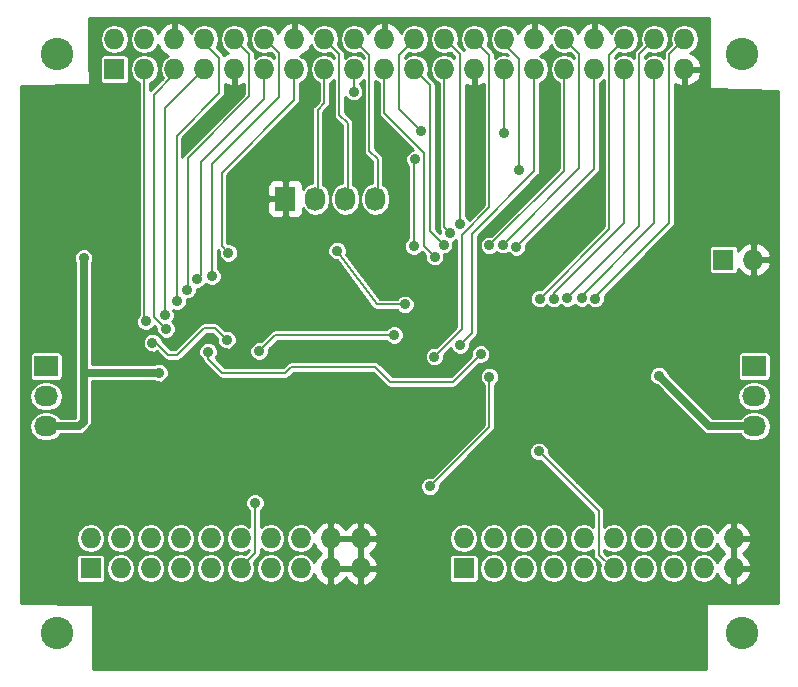
<source format=gbr>
G04 #@! TF.FileFunction,Copper,L2,Bot,Signal*
%FSLAX46Y46*%
G04 Gerber Fmt 4.6, Leading zero omitted, Abs format (unit mm)*
G04 Created by KiCad (PCBNEW 4.0.1-stable) date 5/21/2016 11:07:08 PM*
%MOMM*%
G01*
G04 APERTURE LIST*
%ADD10C,0.150000*%
%ADD11R,2.032000X1.727200*%
%ADD12O,2.032000X1.727200*%
%ADD13R,1.727200X1.727200*%
%ADD14O,1.727200X1.727200*%
%ADD15C,2.750000*%
%ADD16R,1.727200X2.032000*%
%ADD17O,1.727200X2.032000*%
%ADD18C,0.889000*%
%ADD19C,0.203200*%
%ADD20C,0.635000*%
%ADD21C,0.254000*%
G04 APERTURE END LIST*
D10*
D11*
X62546000Y-29916000D03*
D12*
X62546000Y-32456000D03*
X62546000Y-34996000D03*
D11*
X2602000Y-29916000D03*
D12*
X2602000Y-32456000D03*
X2602000Y-34996000D03*
D13*
X6361200Y-47035600D03*
D14*
X6361200Y-44495600D03*
X8901200Y-47035600D03*
X8901200Y-44495600D03*
X11441200Y-47035600D03*
X11441200Y-44495600D03*
X13981200Y-47035600D03*
X13981200Y-44495600D03*
X16521200Y-47035600D03*
X16521200Y-44495600D03*
X19061200Y-47035600D03*
X19061200Y-44495600D03*
X21601200Y-47035600D03*
X21601200Y-44495600D03*
X24141200Y-47035600D03*
X24141200Y-44495600D03*
X26681200Y-47035600D03*
X26681200Y-44495600D03*
X29221200Y-47035600D03*
X29221200Y-44495600D03*
D13*
X37958800Y-47035600D03*
D14*
X37958800Y-44495600D03*
X40498800Y-47035600D03*
X40498800Y-44495600D03*
X43038800Y-47035600D03*
X43038800Y-44495600D03*
X45578800Y-47035600D03*
X45578800Y-44495600D03*
X48118800Y-47035600D03*
X48118800Y-44495600D03*
X50658800Y-47035600D03*
X50658800Y-44495600D03*
X53198800Y-47035600D03*
X53198800Y-44495600D03*
X55738800Y-47035600D03*
X55738800Y-44495600D03*
X58278800Y-47035600D03*
X58278800Y-44495600D03*
X60818800Y-47035600D03*
X60818800Y-44495600D03*
D13*
X59942500Y-20899000D03*
D14*
X62482500Y-20899000D03*
D13*
X8370000Y-4770000D03*
D14*
X8370000Y-2230000D03*
X10910000Y-4770000D03*
X10910000Y-2230000D03*
X13450000Y-4770000D03*
X13450000Y-2230000D03*
X15990000Y-4770000D03*
X15990000Y-2230000D03*
X18530000Y-4770000D03*
X18530000Y-2230000D03*
X21070000Y-4770000D03*
X21070000Y-2230000D03*
X23610000Y-4770000D03*
X23610000Y-2230000D03*
X26150000Y-4770000D03*
X26150000Y-2230000D03*
X28690000Y-4770000D03*
X28690000Y-2230000D03*
X31230000Y-4770000D03*
X31230000Y-2230000D03*
X33770000Y-4770000D03*
X33770000Y-2230000D03*
X36310000Y-4770000D03*
X36310000Y-2230000D03*
X38850000Y-4770000D03*
X38850000Y-2230000D03*
X41390000Y-4770000D03*
X41390000Y-2230000D03*
X43930000Y-4770000D03*
X43930000Y-2230000D03*
X46470000Y-4770000D03*
X46470000Y-2230000D03*
X49010000Y-4770000D03*
X49010000Y-2230000D03*
X51550000Y-4770000D03*
X51550000Y-2230000D03*
X54090000Y-4770000D03*
X54090000Y-2230000D03*
X56630000Y-4770000D03*
X56630000Y-2230000D03*
D15*
X3500000Y-3500000D03*
X61500000Y-3500000D03*
X3500000Y-52500000D03*
X61500000Y-52500000D03*
D16*
X22834600Y-15748000D03*
D17*
X25374600Y-15748000D03*
X27914600Y-15748000D03*
X30454600Y-15748000D03*
D18*
X42670500Y-13279000D03*
X41400500Y-10167500D03*
X20701000Y-38608000D03*
X18542000Y-31623000D03*
X35622000Y-37028000D03*
X47814000Y-39568000D03*
X43394400Y-31744800D03*
X63752500Y-17660500D03*
X24827000Y-30805000D03*
X7174000Y-18028800D03*
X51751000Y-34234000D03*
X25589000Y-23566000D03*
X34301200Y-21127600D03*
X46990000Y-19558000D03*
X52070000Y-24384000D03*
X34352000Y-44501000D03*
X28637000Y-6675000D03*
X35495000Y-20645000D03*
X36257000Y-19629000D03*
X36765000Y-18613000D03*
X37654000Y-17851000D03*
X15365500Y-22550000D03*
X18034000Y-20320000D03*
X27240000Y-20137000D03*
X32980400Y-24683600D03*
X13716000Y-24384000D03*
X14540000Y-23439000D03*
X16635500Y-22296000D03*
X37654000Y-28138000D03*
X34352000Y-9977000D03*
X33844000Y-12390000D03*
X33717000Y-19756000D03*
X40130500Y-19692500D03*
X35469600Y-29103200D03*
X42416500Y-19819500D03*
X41273500Y-19629000D03*
X44385000Y-24201000D03*
X46734500Y-24137500D03*
X45591500Y-24201000D03*
X47941000Y-24137500D03*
X11034800Y-26106000D03*
X32066000Y-27274400D03*
X20636000Y-28646000D03*
X12762000Y-26766400D03*
X16318000Y-28696800D03*
X39381200Y-28900000D03*
X12660400Y-25598000D03*
X49084000Y-24201000D03*
X5777000Y-20772000D03*
X12152400Y-30474800D03*
X54468800Y-30728800D03*
X40132000Y-30805000D03*
X35098000Y-40092000D03*
X20280400Y-41498400D03*
X44308800Y-37129600D03*
X17892800Y-27680800D03*
X11593600Y-27934800D03*
D19*
X41390000Y-2230000D02*
X41390000Y-2600500D01*
X41390000Y-2600500D02*
X42670500Y-3881000D01*
X42670500Y-3881000D02*
X42670500Y-13279000D01*
X41390000Y-4770000D02*
X41390000Y-7299500D01*
X41400500Y-7310000D02*
X41400500Y-10167500D01*
X41390000Y-7299500D02*
X41400500Y-7310000D01*
X34352000Y-44501000D02*
X34301000Y-44450000D01*
X34301000Y-44450000D02*
X34290000Y-44450000D01*
X28690000Y-4770000D02*
X28690000Y-6622000D01*
X28690000Y-6622000D02*
X28637000Y-6675000D01*
X31230000Y-4770000D02*
X31230000Y-8506000D01*
X31230000Y-8506000D02*
X34606000Y-11882000D01*
X34606000Y-19756000D02*
X34606000Y-11882000D01*
X35495000Y-20645000D02*
X34606000Y-19756000D01*
X36257000Y-19629000D02*
X35114000Y-18486000D01*
X35114000Y-6114000D02*
X33770000Y-4770000D01*
X35114000Y-18486000D02*
X35114000Y-6114000D01*
X36310000Y-18158000D02*
X36310000Y-4770000D01*
X36765000Y-18613000D02*
X36310000Y-18158000D01*
X36310000Y-2230000D02*
X36384000Y-2230000D01*
X36384000Y-2230000D02*
X37654000Y-3500000D01*
X37654000Y-3500000D02*
X37654000Y-17851000D01*
X36310000Y-2230000D02*
X36310000Y-2283000D01*
X21070000Y-7320500D02*
X21070000Y-4770000D01*
X15746500Y-12644000D02*
X21070000Y-7320500D01*
X15746500Y-22169000D02*
X15746500Y-12644000D01*
X15365500Y-22550000D02*
X15746500Y-22169000D01*
X18034000Y-20320000D02*
X17461000Y-19747000D01*
X17461000Y-19747000D02*
X17461000Y-18034000D01*
X17461000Y-13527000D02*
X23610000Y-7378000D01*
X23610000Y-7378000D02*
X23610000Y-4770000D01*
X17461000Y-18034000D02*
X17461000Y-13527000D01*
X26150000Y-7632000D02*
X26150000Y-4770000D01*
X27240000Y-20137000D02*
X30592800Y-24683600D01*
X30592800Y-24683600D02*
X32980400Y-24683600D01*
X25589000Y-8193000D02*
X26150000Y-7632000D01*
X25589000Y-15615800D02*
X25589000Y-8193000D01*
X13651000Y-22352000D02*
X13651000Y-10421500D01*
X17272000Y-3810000D02*
X17272000Y-6800500D01*
X17272000Y-6800500D02*
X13651000Y-10421500D01*
X15990000Y-2528000D02*
X17272000Y-3810000D01*
X15990000Y-2230000D02*
X15990000Y-2528000D01*
X13716000Y-24384000D02*
X13651000Y-24319000D01*
X13651000Y-24319000D02*
X13651000Y-22352000D01*
X19810500Y-3510500D02*
X18530000Y-2230000D01*
X19810500Y-7056000D02*
X19810500Y-3510500D01*
X14603500Y-12263000D02*
X19810500Y-7056000D01*
X14603500Y-23375500D02*
X14603500Y-12263000D01*
X14540000Y-23439000D02*
X14603500Y-23375500D01*
X21070000Y-2230000D02*
X21144000Y-2230000D01*
X21144000Y-2230000D02*
X22350500Y-3436500D01*
X22350500Y-3436500D02*
X22350500Y-7119500D01*
X22350500Y-7119500D02*
X16635500Y-12834500D01*
X16635500Y-12834500D02*
X16635500Y-22296000D01*
X27432000Y-3512000D02*
X26150000Y-2230000D01*
X27432000Y-8636000D02*
X27432000Y-3512000D01*
X26150000Y-2230000D02*
X26150000Y-2283000D01*
X28129000Y-9333000D02*
X27432000Y-8636000D01*
X28129000Y-15615800D02*
X28129000Y-9333000D01*
X29972000Y-7620000D02*
X29972000Y-11684000D01*
X30669000Y-12381000D02*
X30669000Y-15615800D01*
X29972000Y-11684000D02*
X30669000Y-12381000D01*
X28690000Y-2274000D02*
X29972000Y-3556000D01*
X29972000Y-3556000D02*
X29972000Y-7620000D01*
X28690000Y-2230000D02*
X28764000Y-2230000D01*
X28690000Y-2230000D02*
X28690000Y-2274000D01*
X38670000Y-18689200D02*
X43930000Y-13429200D01*
X38670000Y-27122000D02*
X38670000Y-18689200D01*
X37654000Y-28138000D02*
X38670000Y-27122000D01*
X43930000Y-13429200D02*
X43930000Y-4770000D01*
X33770000Y-2230000D02*
X33770000Y-2304000D01*
X33770000Y-2230000D02*
X33844000Y-2230000D01*
X33770000Y-2280800D02*
X33770000Y-2298000D01*
X32512000Y-3556000D02*
X32512000Y-8137000D01*
X32512000Y-8137000D02*
X34352000Y-9977000D01*
X33844000Y-12390000D02*
X33717000Y-12517000D01*
X33717000Y-12517000D02*
X33717000Y-19756000D01*
X33770000Y-2298000D02*
X32512000Y-3556000D01*
X33770000Y-2230000D02*
X33770000Y-2298000D01*
X46470000Y-13353000D02*
X46470000Y-4770000D01*
X40130500Y-19692500D02*
X46470000Y-13353000D01*
X38850000Y-2230000D02*
X38873200Y-2230000D01*
X40132000Y-3556000D02*
X40132000Y-16465200D01*
X40132000Y-16465200D02*
X37806400Y-18790800D01*
X37806400Y-18790800D02*
X37806400Y-26766400D01*
X37806400Y-26766400D02*
X35469600Y-29103200D01*
X38850000Y-2274000D02*
X40132000Y-3556000D01*
X38850000Y-2230000D02*
X38850000Y-2274000D01*
X49010000Y-13226000D02*
X49010000Y-4770000D01*
X42416500Y-19819500D02*
X49010000Y-13226000D01*
X47750500Y-3510500D02*
X46470000Y-2230000D01*
X47750500Y-13152000D02*
X47750500Y-3510500D01*
X41273500Y-19629000D02*
X47750500Y-13152000D01*
X50292000Y-3556000D02*
X50292000Y-12954000D01*
X51550000Y-2298000D02*
X50292000Y-3556000D01*
X51550000Y-2230000D02*
X51550000Y-2298000D01*
X44385000Y-24195000D02*
X50292000Y-18288000D01*
X50292000Y-18288000D02*
X50292000Y-12954000D01*
X44385000Y-24201000D02*
X44385000Y-24195000D01*
X52830500Y-3489500D02*
X54090000Y-2230000D01*
X52830500Y-13970000D02*
X52830500Y-3489500D01*
X46734500Y-24131500D02*
X52832000Y-18034000D01*
X52832000Y-18034000D02*
X52832000Y-13970000D01*
X52832000Y-13970000D02*
X52830500Y-13970000D01*
X46734500Y-24137500D02*
X46734500Y-24131500D01*
X51550000Y-12954000D02*
X51550000Y-4770000D01*
X45591500Y-23750500D02*
X51562000Y-17780000D01*
X51562000Y-17780000D02*
X51562000Y-12954000D01*
X51562000Y-12954000D02*
X51550000Y-12954000D01*
X45591500Y-24201000D02*
X45591500Y-23750500D01*
X54090000Y-14224000D02*
X54090000Y-4770000D01*
X47941000Y-23941000D02*
X54102000Y-17780000D01*
X54102000Y-17780000D02*
X54102000Y-14224000D01*
X54102000Y-14224000D02*
X54090000Y-14224000D01*
X47941000Y-24137500D02*
X47941000Y-23941000D01*
X11034800Y-26106000D02*
X10910000Y-25981200D01*
X10910000Y-25981200D02*
X10910000Y-4770000D01*
X20636000Y-28646000D02*
X22007600Y-27274400D01*
X22007600Y-27274400D02*
X32066000Y-27274400D01*
X12711200Y-26766400D02*
X12762000Y-26766400D01*
X11695200Y-25750400D02*
X12711200Y-26766400D01*
X11695200Y-6954400D02*
X11695200Y-25750400D01*
X13450000Y-5199600D02*
X11695200Y-6954400D01*
X13450000Y-4770000D02*
X13450000Y-5199600D01*
X16318000Y-29272000D02*
X17526000Y-30480000D01*
X16318000Y-28696800D02*
X16318000Y-29272000D01*
X22860000Y-30480000D02*
X23368000Y-29972000D01*
X23368000Y-29972000D02*
X30480000Y-29972000D01*
X30480000Y-29972000D02*
X31750000Y-31242000D01*
X17526000Y-30480000D02*
X22860000Y-30480000D01*
X31750000Y-31242000D02*
X35306000Y-31242000D01*
X37039200Y-31242000D02*
X39381200Y-28900000D01*
X35306000Y-31242000D02*
X37039200Y-31242000D01*
X12698500Y-8061500D02*
X15990000Y-4770000D01*
X12698500Y-25559900D02*
X12698500Y-8061500D01*
X12698500Y-25559900D02*
X12660400Y-25598000D01*
X55370500Y-3489500D02*
X56630000Y-2230000D01*
X55370500Y-3489500D02*
X55370500Y-15240000D01*
X49084000Y-24068000D02*
X55372000Y-17780000D01*
X55372000Y-17780000D02*
X55372000Y-15240000D01*
X55372000Y-15240000D02*
X55370500Y-15240000D01*
X49084000Y-24201000D02*
X49084000Y-24068000D01*
D20*
X5777000Y-30474800D02*
X5777000Y-20772000D01*
X5777000Y-34615000D02*
X5777000Y-30474800D01*
X5396000Y-34996000D02*
X5777000Y-34615000D01*
X5396000Y-34996000D02*
X5777000Y-34615000D01*
X2602000Y-34996000D02*
X5396000Y-34996000D01*
X12152400Y-30474800D02*
X5777000Y-30474800D01*
X58736000Y-34996000D02*
X54468800Y-30728800D01*
X62546000Y-34996000D02*
X58736000Y-34996000D01*
D19*
X40132000Y-30805000D02*
X40132000Y-30734000D01*
X35098000Y-40092000D02*
X40132000Y-35058000D01*
X40132000Y-35058000D02*
X40132000Y-30734000D01*
X19061200Y-47035600D02*
X19061200Y-46934000D01*
X19061200Y-46934000D02*
X20280400Y-45714800D01*
X20280400Y-45714800D02*
X20280400Y-41498400D01*
X44308800Y-37129600D02*
X49388800Y-42209600D01*
X49388800Y-42209600D02*
X49388800Y-45867200D01*
X50557200Y-47035600D02*
X49388800Y-45867200D01*
X50658800Y-47035600D02*
X50557200Y-47035600D01*
X11932800Y-27934800D02*
X12954000Y-28956000D01*
X12954000Y-28956000D02*
X13716000Y-28956000D01*
X13716000Y-28956000D02*
X16002000Y-26670000D01*
X16002000Y-26670000D02*
X16882000Y-26670000D01*
X16882000Y-26670000D02*
X17892800Y-27680800D01*
X11593600Y-27934800D02*
X11932800Y-27934800D01*
D21*
G36*
X58737500Y-6350000D02*
X58747506Y-6399410D01*
X58775947Y-6441035D01*
X58818341Y-6468315D01*
X58861740Y-6476970D01*
X64569000Y-6601041D01*
X64569000Y-49949100D01*
X58559700Y-49949100D01*
X58510290Y-49959106D01*
X58468665Y-49987547D01*
X58441385Y-50029941D01*
X58432700Y-50076378D01*
X58444719Y-55569000D01*
X6578600Y-55569000D01*
X6578600Y-50139600D01*
X6568594Y-50090190D01*
X6540153Y-50048565D01*
X6497759Y-50021285D01*
X6452600Y-50012604D01*
X431000Y-49965190D01*
X431000Y-46172000D01*
X5109136Y-46172000D01*
X5109136Y-47899200D01*
X5135703Y-48040390D01*
X5219146Y-48170065D01*
X5346466Y-48257059D01*
X5497600Y-48287664D01*
X7224800Y-48287664D01*
X7365990Y-48261097D01*
X7495665Y-48177654D01*
X7582659Y-48050334D01*
X7613264Y-47899200D01*
X7613264Y-47011217D01*
X7656600Y-47011217D01*
X7656600Y-47059983D01*
X7751340Y-47536271D01*
X8021135Y-47940048D01*
X8424912Y-48209843D01*
X8901200Y-48304583D01*
X9377488Y-48209843D01*
X9781265Y-47940048D01*
X10051060Y-47536271D01*
X10145800Y-47059983D01*
X10145800Y-47011217D01*
X10196600Y-47011217D01*
X10196600Y-47059983D01*
X10291340Y-47536271D01*
X10561135Y-47940048D01*
X10964912Y-48209843D01*
X11441200Y-48304583D01*
X11917488Y-48209843D01*
X12321265Y-47940048D01*
X12591060Y-47536271D01*
X12685800Y-47059983D01*
X12685800Y-47011217D01*
X12736600Y-47011217D01*
X12736600Y-47059983D01*
X12831340Y-47536271D01*
X13101135Y-47940048D01*
X13504912Y-48209843D01*
X13981200Y-48304583D01*
X14457488Y-48209843D01*
X14861265Y-47940048D01*
X15131060Y-47536271D01*
X15225800Y-47059983D01*
X15225800Y-47011217D01*
X15276600Y-47011217D01*
X15276600Y-47059983D01*
X15371340Y-47536271D01*
X15641135Y-47940048D01*
X16044912Y-48209843D01*
X16521200Y-48304583D01*
X16997488Y-48209843D01*
X17401265Y-47940048D01*
X17671060Y-47536271D01*
X17765800Y-47059983D01*
X17765800Y-47011217D01*
X17671060Y-46534929D01*
X17401265Y-46131152D01*
X16997488Y-45861357D01*
X16521200Y-45766617D01*
X16044912Y-45861357D01*
X15641135Y-46131152D01*
X15371340Y-46534929D01*
X15276600Y-47011217D01*
X15225800Y-47011217D01*
X15131060Y-46534929D01*
X14861265Y-46131152D01*
X14457488Y-45861357D01*
X13981200Y-45766617D01*
X13504912Y-45861357D01*
X13101135Y-46131152D01*
X12831340Y-46534929D01*
X12736600Y-47011217D01*
X12685800Y-47011217D01*
X12591060Y-46534929D01*
X12321265Y-46131152D01*
X11917488Y-45861357D01*
X11441200Y-45766617D01*
X10964912Y-45861357D01*
X10561135Y-46131152D01*
X10291340Y-46534929D01*
X10196600Y-47011217D01*
X10145800Y-47011217D01*
X10051060Y-46534929D01*
X9781265Y-46131152D01*
X9377488Y-45861357D01*
X8901200Y-45766617D01*
X8424912Y-45861357D01*
X8021135Y-46131152D01*
X7751340Y-46534929D01*
X7656600Y-47011217D01*
X7613264Y-47011217D01*
X7613264Y-46172000D01*
X7586697Y-46030810D01*
X7503254Y-45901135D01*
X7375934Y-45814141D01*
X7224800Y-45783536D01*
X5497600Y-45783536D01*
X5356410Y-45810103D01*
X5226735Y-45893546D01*
X5139741Y-46020866D01*
X5109136Y-46172000D01*
X431000Y-46172000D01*
X431000Y-44471217D01*
X5116600Y-44471217D01*
X5116600Y-44519983D01*
X5211340Y-44996271D01*
X5481135Y-45400048D01*
X5884912Y-45669843D01*
X6361200Y-45764583D01*
X6837488Y-45669843D01*
X7241265Y-45400048D01*
X7511060Y-44996271D01*
X7605800Y-44519983D01*
X7605800Y-44471217D01*
X7656600Y-44471217D01*
X7656600Y-44519983D01*
X7751340Y-44996271D01*
X8021135Y-45400048D01*
X8424912Y-45669843D01*
X8901200Y-45764583D01*
X9377488Y-45669843D01*
X9781265Y-45400048D01*
X10051060Y-44996271D01*
X10145800Y-44519983D01*
X10145800Y-44471217D01*
X10196600Y-44471217D01*
X10196600Y-44519983D01*
X10291340Y-44996271D01*
X10561135Y-45400048D01*
X10964912Y-45669843D01*
X11441200Y-45764583D01*
X11917488Y-45669843D01*
X12321265Y-45400048D01*
X12591060Y-44996271D01*
X12685800Y-44519983D01*
X12685800Y-44471217D01*
X12736600Y-44471217D01*
X12736600Y-44519983D01*
X12831340Y-44996271D01*
X13101135Y-45400048D01*
X13504912Y-45669843D01*
X13981200Y-45764583D01*
X14457488Y-45669843D01*
X14861265Y-45400048D01*
X15131060Y-44996271D01*
X15225800Y-44519983D01*
X15225800Y-44471217D01*
X15276600Y-44471217D01*
X15276600Y-44519983D01*
X15371340Y-44996271D01*
X15641135Y-45400048D01*
X16044912Y-45669843D01*
X16521200Y-45764583D01*
X16997488Y-45669843D01*
X17401265Y-45400048D01*
X17671060Y-44996271D01*
X17765800Y-44519983D01*
X17765800Y-44471217D01*
X17816600Y-44471217D01*
X17816600Y-44519983D01*
X17911340Y-44996271D01*
X18181135Y-45400048D01*
X18584912Y-45669843D01*
X19061200Y-45764583D01*
X19537488Y-45669843D01*
X19797800Y-45495908D01*
X19797800Y-45514900D01*
X19465635Y-45847065D01*
X19061200Y-45766617D01*
X18584912Y-45861357D01*
X18181135Y-46131152D01*
X17911340Y-46534929D01*
X17816600Y-47011217D01*
X17816600Y-47059983D01*
X17911340Y-47536271D01*
X18181135Y-47940048D01*
X18584912Y-48209843D01*
X19061200Y-48304583D01*
X19537488Y-48209843D01*
X19941265Y-47940048D01*
X20211060Y-47536271D01*
X20305800Y-47059983D01*
X20305800Y-47011217D01*
X20356600Y-47011217D01*
X20356600Y-47059983D01*
X20451340Y-47536271D01*
X20721135Y-47940048D01*
X21124912Y-48209843D01*
X21601200Y-48304583D01*
X22077488Y-48209843D01*
X22481265Y-47940048D01*
X22751060Y-47536271D01*
X22845800Y-47059983D01*
X22845800Y-47011217D01*
X22751060Y-46534929D01*
X22481265Y-46131152D01*
X22077488Y-45861357D01*
X21601200Y-45766617D01*
X21124912Y-45861357D01*
X20721135Y-46131152D01*
X20451340Y-46534929D01*
X20356600Y-47011217D01*
X20305800Y-47011217D01*
X20211060Y-46534929D01*
X20183707Y-46493993D01*
X20621650Y-46056050D01*
X20726264Y-45899483D01*
X20763000Y-45714800D01*
X20763000Y-45428021D01*
X21124912Y-45669843D01*
X21601200Y-45764583D01*
X22077488Y-45669843D01*
X22481265Y-45400048D01*
X22751060Y-44996271D01*
X22845800Y-44519983D01*
X22845800Y-44471217D01*
X22896600Y-44471217D01*
X22896600Y-44519983D01*
X22991340Y-44996271D01*
X23261135Y-45400048D01*
X23664912Y-45669843D01*
X24141200Y-45764583D01*
X24617488Y-45669843D01*
X25021265Y-45400048D01*
X25291060Y-44996271D01*
X25291524Y-44993938D01*
X25474379Y-45384090D01*
X25892352Y-45765600D01*
X25474379Y-46147110D01*
X25291524Y-46537262D01*
X25291060Y-46534929D01*
X25021265Y-46131152D01*
X24617488Y-45861357D01*
X24141200Y-45766617D01*
X23664912Y-45861357D01*
X23261135Y-46131152D01*
X22991340Y-46534929D01*
X22896600Y-47011217D01*
X22896600Y-47059983D01*
X22991340Y-47536271D01*
X23261135Y-47940048D01*
X23664912Y-48209843D01*
X24141200Y-48304583D01*
X24617488Y-48209843D01*
X25021265Y-47940048D01*
X25291060Y-47536271D01*
X25291524Y-47533938D01*
X25474379Y-47924090D01*
X25906253Y-48318288D01*
X26322174Y-48490558D01*
X26554200Y-48369417D01*
X26554200Y-47162600D01*
X26808200Y-47162600D01*
X26808200Y-48369417D01*
X27040226Y-48490558D01*
X27456147Y-48318288D01*
X27888021Y-47924090D01*
X27951200Y-47789287D01*
X28014379Y-47924090D01*
X28446253Y-48318288D01*
X28862174Y-48490558D01*
X29094200Y-48369417D01*
X29094200Y-47162600D01*
X29348200Y-47162600D01*
X29348200Y-48369417D01*
X29580226Y-48490558D01*
X29996147Y-48318288D01*
X30428021Y-47924090D01*
X30676168Y-47394627D01*
X30555669Y-47162600D01*
X29348200Y-47162600D01*
X29094200Y-47162600D01*
X26808200Y-47162600D01*
X26554200Y-47162600D01*
X26534200Y-47162600D01*
X26534200Y-46908600D01*
X26554200Y-46908600D01*
X26554200Y-44622600D01*
X26808200Y-44622600D01*
X26808200Y-46908600D01*
X29094200Y-46908600D01*
X29094200Y-44622600D01*
X29348200Y-44622600D01*
X29348200Y-46908600D01*
X30555669Y-46908600D01*
X30676168Y-46676573D01*
X30439687Y-46172000D01*
X36706736Y-46172000D01*
X36706736Y-47899200D01*
X36733303Y-48040390D01*
X36816746Y-48170065D01*
X36944066Y-48257059D01*
X37095200Y-48287664D01*
X38822400Y-48287664D01*
X38963590Y-48261097D01*
X39093265Y-48177654D01*
X39180259Y-48050334D01*
X39210864Y-47899200D01*
X39210864Y-47011217D01*
X39254200Y-47011217D01*
X39254200Y-47059983D01*
X39348940Y-47536271D01*
X39618735Y-47940048D01*
X40022512Y-48209843D01*
X40498800Y-48304583D01*
X40975088Y-48209843D01*
X41378865Y-47940048D01*
X41648660Y-47536271D01*
X41743400Y-47059983D01*
X41743400Y-47011217D01*
X41794200Y-47011217D01*
X41794200Y-47059983D01*
X41888940Y-47536271D01*
X42158735Y-47940048D01*
X42562512Y-48209843D01*
X43038800Y-48304583D01*
X43515088Y-48209843D01*
X43918865Y-47940048D01*
X44188660Y-47536271D01*
X44283400Y-47059983D01*
X44283400Y-47011217D01*
X44334200Y-47011217D01*
X44334200Y-47059983D01*
X44428940Y-47536271D01*
X44698735Y-47940048D01*
X45102512Y-48209843D01*
X45578800Y-48304583D01*
X46055088Y-48209843D01*
X46458865Y-47940048D01*
X46728660Y-47536271D01*
X46823400Y-47059983D01*
X46823400Y-47011217D01*
X46728660Y-46534929D01*
X46458865Y-46131152D01*
X46055088Y-45861357D01*
X45578800Y-45766617D01*
X45102512Y-45861357D01*
X44698735Y-46131152D01*
X44428940Y-46534929D01*
X44334200Y-47011217D01*
X44283400Y-47011217D01*
X44188660Y-46534929D01*
X43918865Y-46131152D01*
X43515088Y-45861357D01*
X43038800Y-45766617D01*
X42562512Y-45861357D01*
X42158735Y-46131152D01*
X41888940Y-46534929D01*
X41794200Y-47011217D01*
X41743400Y-47011217D01*
X41648660Y-46534929D01*
X41378865Y-46131152D01*
X40975088Y-45861357D01*
X40498800Y-45766617D01*
X40022512Y-45861357D01*
X39618735Y-46131152D01*
X39348940Y-46534929D01*
X39254200Y-47011217D01*
X39210864Y-47011217D01*
X39210864Y-46172000D01*
X39184297Y-46030810D01*
X39100854Y-45901135D01*
X38973534Y-45814141D01*
X38822400Y-45783536D01*
X37095200Y-45783536D01*
X36954010Y-45810103D01*
X36824335Y-45893546D01*
X36737341Y-46020866D01*
X36706736Y-46172000D01*
X30439687Y-46172000D01*
X30428021Y-46147110D01*
X30010048Y-45765600D01*
X30428021Y-45384090D01*
X30676168Y-44854627D01*
X30555669Y-44622600D01*
X29348200Y-44622600D01*
X29094200Y-44622600D01*
X26808200Y-44622600D01*
X26554200Y-44622600D01*
X26534200Y-44622600D01*
X26534200Y-44471217D01*
X36714200Y-44471217D01*
X36714200Y-44519983D01*
X36808940Y-44996271D01*
X37078735Y-45400048D01*
X37482512Y-45669843D01*
X37958800Y-45764583D01*
X38435088Y-45669843D01*
X38838865Y-45400048D01*
X39108660Y-44996271D01*
X39203400Y-44519983D01*
X39203400Y-44471217D01*
X39254200Y-44471217D01*
X39254200Y-44519983D01*
X39348940Y-44996271D01*
X39618735Y-45400048D01*
X40022512Y-45669843D01*
X40498800Y-45764583D01*
X40975088Y-45669843D01*
X41378865Y-45400048D01*
X41648660Y-44996271D01*
X41743400Y-44519983D01*
X41743400Y-44471217D01*
X41794200Y-44471217D01*
X41794200Y-44519983D01*
X41888940Y-44996271D01*
X42158735Y-45400048D01*
X42562512Y-45669843D01*
X43038800Y-45764583D01*
X43515088Y-45669843D01*
X43918865Y-45400048D01*
X44188660Y-44996271D01*
X44283400Y-44519983D01*
X44283400Y-44471217D01*
X44334200Y-44471217D01*
X44334200Y-44519983D01*
X44428940Y-44996271D01*
X44698735Y-45400048D01*
X45102512Y-45669843D01*
X45578800Y-45764583D01*
X46055088Y-45669843D01*
X46458865Y-45400048D01*
X46728660Y-44996271D01*
X46823400Y-44519983D01*
X46823400Y-44471217D01*
X46728660Y-43994929D01*
X46458865Y-43591152D01*
X46055088Y-43321357D01*
X45578800Y-43226617D01*
X45102512Y-43321357D01*
X44698735Y-43591152D01*
X44428940Y-43994929D01*
X44334200Y-44471217D01*
X44283400Y-44471217D01*
X44188660Y-43994929D01*
X43918865Y-43591152D01*
X43515088Y-43321357D01*
X43038800Y-43226617D01*
X42562512Y-43321357D01*
X42158735Y-43591152D01*
X41888940Y-43994929D01*
X41794200Y-44471217D01*
X41743400Y-44471217D01*
X41648660Y-43994929D01*
X41378865Y-43591152D01*
X40975088Y-43321357D01*
X40498800Y-43226617D01*
X40022512Y-43321357D01*
X39618735Y-43591152D01*
X39348940Y-43994929D01*
X39254200Y-44471217D01*
X39203400Y-44471217D01*
X39108660Y-43994929D01*
X38838865Y-43591152D01*
X38435088Y-43321357D01*
X37958800Y-43226617D01*
X37482512Y-43321357D01*
X37078735Y-43591152D01*
X36808940Y-43994929D01*
X36714200Y-44471217D01*
X26534200Y-44471217D01*
X26534200Y-44368600D01*
X26554200Y-44368600D01*
X26554200Y-43161783D01*
X26808200Y-43161783D01*
X26808200Y-44368600D01*
X29094200Y-44368600D01*
X29094200Y-43161783D01*
X29348200Y-43161783D01*
X29348200Y-44368600D01*
X30555669Y-44368600D01*
X30676168Y-44136573D01*
X30428021Y-43607110D01*
X29996147Y-43212912D01*
X29580226Y-43040642D01*
X29348200Y-43161783D01*
X29094200Y-43161783D01*
X28862174Y-43040642D01*
X28446253Y-43212912D01*
X28014379Y-43607110D01*
X27951200Y-43741913D01*
X27888021Y-43607110D01*
X27456147Y-43212912D01*
X27040226Y-43040642D01*
X26808200Y-43161783D01*
X26554200Y-43161783D01*
X26322174Y-43040642D01*
X25906253Y-43212912D01*
X25474379Y-43607110D01*
X25291524Y-43997262D01*
X25291060Y-43994929D01*
X25021265Y-43591152D01*
X24617488Y-43321357D01*
X24141200Y-43226617D01*
X23664912Y-43321357D01*
X23261135Y-43591152D01*
X22991340Y-43994929D01*
X22896600Y-44471217D01*
X22845800Y-44471217D01*
X22751060Y-43994929D01*
X22481265Y-43591152D01*
X22077488Y-43321357D01*
X21601200Y-43226617D01*
X21124912Y-43321357D01*
X20763000Y-43563179D01*
X20763000Y-42183058D01*
X20979817Y-41966619D01*
X21105757Y-41663323D01*
X21106043Y-41334918D01*
X20980633Y-41031402D01*
X20748619Y-40798983D01*
X20445323Y-40673043D01*
X20116918Y-40672757D01*
X19813402Y-40798167D01*
X19580983Y-41030181D01*
X19455043Y-41333477D01*
X19454757Y-41661882D01*
X19580167Y-41965398D01*
X19797800Y-42183411D01*
X19797800Y-43495292D01*
X19537488Y-43321357D01*
X19061200Y-43226617D01*
X18584912Y-43321357D01*
X18181135Y-43591152D01*
X17911340Y-43994929D01*
X17816600Y-44471217D01*
X17765800Y-44471217D01*
X17671060Y-43994929D01*
X17401265Y-43591152D01*
X16997488Y-43321357D01*
X16521200Y-43226617D01*
X16044912Y-43321357D01*
X15641135Y-43591152D01*
X15371340Y-43994929D01*
X15276600Y-44471217D01*
X15225800Y-44471217D01*
X15131060Y-43994929D01*
X14861265Y-43591152D01*
X14457488Y-43321357D01*
X13981200Y-43226617D01*
X13504912Y-43321357D01*
X13101135Y-43591152D01*
X12831340Y-43994929D01*
X12736600Y-44471217D01*
X12685800Y-44471217D01*
X12591060Y-43994929D01*
X12321265Y-43591152D01*
X11917488Y-43321357D01*
X11441200Y-43226617D01*
X10964912Y-43321357D01*
X10561135Y-43591152D01*
X10291340Y-43994929D01*
X10196600Y-44471217D01*
X10145800Y-44471217D01*
X10051060Y-43994929D01*
X9781265Y-43591152D01*
X9377488Y-43321357D01*
X8901200Y-43226617D01*
X8424912Y-43321357D01*
X8021135Y-43591152D01*
X7751340Y-43994929D01*
X7656600Y-44471217D01*
X7605800Y-44471217D01*
X7511060Y-43994929D01*
X7241265Y-43591152D01*
X6837488Y-43321357D01*
X6361200Y-43226617D01*
X5884912Y-43321357D01*
X5481135Y-43591152D01*
X5211340Y-43994929D01*
X5116600Y-44471217D01*
X431000Y-44471217D01*
X431000Y-40255482D01*
X34272357Y-40255482D01*
X34397767Y-40558998D01*
X34629781Y-40791417D01*
X34933077Y-40917357D01*
X35261482Y-40917643D01*
X35564998Y-40792233D01*
X35797417Y-40560219D01*
X35923357Y-40256923D01*
X35923625Y-39948875D01*
X38579418Y-37293082D01*
X43483157Y-37293082D01*
X43608567Y-37596598D01*
X43840581Y-37829017D01*
X44143877Y-37954957D01*
X44451925Y-37955225D01*
X48906200Y-42409500D01*
X48906200Y-43529235D01*
X48595088Y-43321357D01*
X48118800Y-43226617D01*
X47642512Y-43321357D01*
X47238735Y-43591152D01*
X46968940Y-43994929D01*
X46874200Y-44471217D01*
X46874200Y-44519983D01*
X46968940Y-44996271D01*
X47238735Y-45400048D01*
X47642512Y-45669843D01*
X48118800Y-45764583D01*
X48595088Y-45669843D01*
X48906200Y-45461965D01*
X48906200Y-45867200D01*
X48942936Y-46051883D01*
X48993511Y-46127575D01*
X48595088Y-45861357D01*
X48118800Y-45766617D01*
X47642512Y-45861357D01*
X47238735Y-46131152D01*
X46968940Y-46534929D01*
X46874200Y-47011217D01*
X46874200Y-47059983D01*
X46968940Y-47536271D01*
X47238735Y-47940048D01*
X47642512Y-48209843D01*
X48118800Y-48304583D01*
X48595088Y-48209843D01*
X48998865Y-47940048D01*
X49268660Y-47536271D01*
X49363400Y-47059983D01*
X49363400Y-47011217D01*
X49268660Y-46534929D01*
X49056482Y-46217382D01*
X49486557Y-46647457D01*
X49414200Y-47011217D01*
X49414200Y-47059983D01*
X49508940Y-47536271D01*
X49778735Y-47940048D01*
X50182512Y-48209843D01*
X50658800Y-48304583D01*
X51135088Y-48209843D01*
X51538865Y-47940048D01*
X51808660Y-47536271D01*
X51903400Y-47059983D01*
X51903400Y-47011217D01*
X51954200Y-47011217D01*
X51954200Y-47059983D01*
X52048940Y-47536271D01*
X52318735Y-47940048D01*
X52722512Y-48209843D01*
X53198800Y-48304583D01*
X53675088Y-48209843D01*
X54078865Y-47940048D01*
X54348660Y-47536271D01*
X54443400Y-47059983D01*
X54443400Y-47011217D01*
X54494200Y-47011217D01*
X54494200Y-47059983D01*
X54588940Y-47536271D01*
X54858735Y-47940048D01*
X55262512Y-48209843D01*
X55738800Y-48304583D01*
X56215088Y-48209843D01*
X56618865Y-47940048D01*
X56888660Y-47536271D01*
X56983400Y-47059983D01*
X56983400Y-47011217D01*
X56888660Y-46534929D01*
X56618865Y-46131152D01*
X56215088Y-45861357D01*
X55738800Y-45766617D01*
X55262512Y-45861357D01*
X54858735Y-46131152D01*
X54588940Y-46534929D01*
X54494200Y-47011217D01*
X54443400Y-47011217D01*
X54348660Y-46534929D01*
X54078865Y-46131152D01*
X53675088Y-45861357D01*
X53198800Y-45766617D01*
X52722512Y-45861357D01*
X52318735Y-46131152D01*
X52048940Y-46534929D01*
X51954200Y-47011217D01*
X51903400Y-47011217D01*
X51808660Y-46534929D01*
X51538865Y-46131152D01*
X51135088Y-45861357D01*
X50658800Y-45766617D01*
X50182512Y-45861357D01*
X50112343Y-45908243D01*
X49871400Y-45667300D01*
X49871400Y-45461965D01*
X50182512Y-45669843D01*
X50658800Y-45764583D01*
X51135088Y-45669843D01*
X51538865Y-45400048D01*
X51808660Y-44996271D01*
X51903400Y-44519983D01*
X51903400Y-44471217D01*
X51954200Y-44471217D01*
X51954200Y-44519983D01*
X52048940Y-44996271D01*
X52318735Y-45400048D01*
X52722512Y-45669843D01*
X53198800Y-45764583D01*
X53675088Y-45669843D01*
X54078865Y-45400048D01*
X54348660Y-44996271D01*
X54443400Y-44519983D01*
X54443400Y-44471217D01*
X54494200Y-44471217D01*
X54494200Y-44519983D01*
X54588940Y-44996271D01*
X54858735Y-45400048D01*
X55262512Y-45669843D01*
X55738800Y-45764583D01*
X56215088Y-45669843D01*
X56618865Y-45400048D01*
X56888660Y-44996271D01*
X56983400Y-44519983D01*
X56983400Y-44471217D01*
X57034200Y-44471217D01*
X57034200Y-44519983D01*
X57128940Y-44996271D01*
X57398735Y-45400048D01*
X57802512Y-45669843D01*
X58278800Y-45764583D01*
X58755088Y-45669843D01*
X59158865Y-45400048D01*
X59428660Y-44996271D01*
X59429124Y-44993938D01*
X59611979Y-45384090D01*
X60029952Y-45765600D01*
X59611979Y-46147110D01*
X59429124Y-46537262D01*
X59428660Y-46534929D01*
X59158865Y-46131152D01*
X58755088Y-45861357D01*
X58278800Y-45766617D01*
X57802512Y-45861357D01*
X57398735Y-46131152D01*
X57128940Y-46534929D01*
X57034200Y-47011217D01*
X57034200Y-47059983D01*
X57128940Y-47536271D01*
X57398735Y-47940048D01*
X57802512Y-48209843D01*
X58278800Y-48304583D01*
X58755088Y-48209843D01*
X59158865Y-47940048D01*
X59428660Y-47536271D01*
X59429124Y-47533938D01*
X59611979Y-47924090D01*
X60043853Y-48318288D01*
X60459774Y-48490558D01*
X60691800Y-48369417D01*
X60691800Y-47162600D01*
X60945800Y-47162600D01*
X60945800Y-48369417D01*
X61177826Y-48490558D01*
X61593747Y-48318288D01*
X62025621Y-47924090D01*
X62273768Y-47394627D01*
X62153269Y-47162600D01*
X60945800Y-47162600D01*
X60691800Y-47162600D01*
X60671800Y-47162600D01*
X60671800Y-46908600D01*
X60691800Y-46908600D01*
X60691800Y-44622600D01*
X60945800Y-44622600D01*
X60945800Y-46908600D01*
X62153269Y-46908600D01*
X62273768Y-46676573D01*
X62025621Y-46147110D01*
X61607648Y-45765600D01*
X62025621Y-45384090D01*
X62273768Y-44854627D01*
X62153269Y-44622600D01*
X60945800Y-44622600D01*
X60691800Y-44622600D01*
X60671800Y-44622600D01*
X60671800Y-44368600D01*
X60691800Y-44368600D01*
X60691800Y-43161783D01*
X60945800Y-43161783D01*
X60945800Y-44368600D01*
X62153269Y-44368600D01*
X62273768Y-44136573D01*
X62025621Y-43607110D01*
X61593747Y-43212912D01*
X61177826Y-43040642D01*
X60945800Y-43161783D01*
X60691800Y-43161783D01*
X60459774Y-43040642D01*
X60043853Y-43212912D01*
X59611979Y-43607110D01*
X59429124Y-43997262D01*
X59428660Y-43994929D01*
X59158865Y-43591152D01*
X58755088Y-43321357D01*
X58278800Y-43226617D01*
X57802512Y-43321357D01*
X57398735Y-43591152D01*
X57128940Y-43994929D01*
X57034200Y-44471217D01*
X56983400Y-44471217D01*
X56888660Y-43994929D01*
X56618865Y-43591152D01*
X56215088Y-43321357D01*
X55738800Y-43226617D01*
X55262512Y-43321357D01*
X54858735Y-43591152D01*
X54588940Y-43994929D01*
X54494200Y-44471217D01*
X54443400Y-44471217D01*
X54348660Y-43994929D01*
X54078865Y-43591152D01*
X53675088Y-43321357D01*
X53198800Y-43226617D01*
X52722512Y-43321357D01*
X52318735Y-43591152D01*
X52048940Y-43994929D01*
X51954200Y-44471217D01*
X51903400Y-44471217D01*
X51808660Y-43994929D01*
X51538865Y-43591152D01*
X51135088Y-43321357D01*
X50658800Y-43226617D01*
X50182512Y-43321357D01*
X49871400Y-43529235D01*
X49871400Y-42209600D01*
X49834664Y-42024917D01*
X49730050Y-41868350D01*
X45134176Y-37272476D01*
X45134443Y-36966118D01*
X45009033Y-36662602D01*
X44777019Y-36430183D01*
X44473723Y-36304243D01*
X44145318Y-36303957D01*
X43841802Y-36429367D01*
X43609383Y-36661381D01*
X43483443Y-36964677D01*
X43483157Y-37293082D01*
X38579418Y-37293082D01*
X40473250Y-35399250D01*
X40577864Y-35242683D01*
X40614600Y-35058000D01*
X40614600Y-31489658D01*
X40831417Y-31273219D01*
X40957357Y-30969923D01*
X40957424Y-30892282D01*
X53643157Y-30892282D01*
X53768567Y-31195798D01*
X54000581Y-31428217D01*
X54303877Y-31554157D01*
X54306331Y-31554159D01*
X58242086Y-35489914D01*
X58468695Y-35641330D01*
X58736000Y-35694500D01*
X61364848Y-35694500D01*
X61486166Y-35876065D01*
X61889943Y-36145860D01*
X62366231Y-36240600D01*
X62725769Y-36240600D01*
X63202057Y-36145860D01*
X63605834Y-35876065D01*
X63875629Y-35472288D01*
X63970369Y-34996000D01*
X63875629Y-34519712D01*
X63605834Y-34115935D01*
X63202057Y-33846140D01*
X62725769Y-33751400D01*
X62366231Y-33751400D01*
X61889943Y-33846140D01*
X61486166Y-34115935D01*
X61364848Y-34297500D01*
X59025328Y-34297500D01*
X57183828Y-32456000D01*
X61121631Y-32456000D01*
X61216371Y-32932288D01*
X61486166Y-33336065D01*
X61889943Y-33605860D01*
X62366231Y-33700600D01*
X62725769Y-33700600D01*
X63202057Y-33605860D01*
X63605834Y-33336065D01*
X63875629Y-32932288D01*
X63970369Y-32456000D01*
X63875629Y-31979712D01*
X63605834Y-31575935D01*
X63202057Y-31306140D01*
X62725769Y-31211400D01*
X62366231Y-31211400D01*
X61889943Y-31306140D01*
X61486166Y-31575935D01*
X61216371Y-31979712D01*
X61121631Y-32456000D01*
X57183828Y-32456000D01*
X55294442Y-30566614D01*
X55294443Y-30565318D01*
X55169033Y-30261802D01*
X54937019Y-30029383D01*
X54633723Y-29903443D01*
X54305318Y-29903157D01*
X54001802Y-30028567D01*
X53769383Y-30260581D01*
X53643443Y-30563877D01*
X53643157Y-30892282D01*
X40957424Y-30892282D01*
X40957643Y-30641518D01*
X40832233Y-30338002D01*
X40600219Y-30105583D01*
X40296923Y-29979643D01*
X39968518Y-29979357D01*
X39665002Y-30104767D01*
X39432583Y-30336781D01*
X39306643Y-30640077D01*
X39306357Y-30968482D01*
X39431767Y-31271998D01*
X39649400Y-31490011D01*
X39649400Y-34858100D01*
X35240876Y-39266624D01*
X34934518Y-39266357D01*
X34631002Y-39391767D01*
X34398583Y-39623781D01*
X34272643Y-39927077D01*
X34272357Y-40255482D01*
X431000Y-40255482D01*
X431000Y-34996000D01*
X1177631Y-34996000D01*
X1272371Y-35472288D01*
X1542166Y-35876065D01*
X1945943Y-36145860D01*
X2422231Y-36240600D01*
X2781769Y-36240600D01*
X3258057Y-36145860D01*
X3661834Y-35876065D01*
X3783152Y-35694500D01*
X5396000Y-35694500D01*
X5663305Y-35641330D01*
X5889914Y-35489914D01*
X6270914Y-35108914D01*
X6422329Y-34882305D01*
X6422330Y-34882304D01*
X6475500Y-34615000D01*
X6475500Y-31173300D01*
X11683266Y-31173300D01*
X11684181Y-31174217D01*
X11987477Y-31300157D01*
X12315882Y-31300443D01*
X12619398Y-31175033D01*
X12851817Y-30943019D01*
X12977757Y-30639723D01*
X12978043Y-30311318D01*
X12852633Y-30007802D01*
X12620619Y-29775383D01*
X12317323Y-29649443D01*
X11988918Y-29649157D01*
X11685402Y-29774567D01*
X11683666Y-29776300D01*
X6475500Y-29776300D01*
X6475500Y-28098282D01*
X10767957Y-28098282D01*
X10893367Y-28401798D01*
X11125381Y-28634217D01*
X11428677Y-28760157D01*
X11757082Y-28760443D01*
X11982714Y-28667214D01*
X12612750Y-29297250D01*
X12769317Y-29401864D01*
X12954000Y-29438600D01*
X13716000Y-29438600D01*
X13900683Y-29401864D01*
X14057250Y-29297250D01*
X14494218Y-28860282D01*
X15492357Y-28860282D01*
X15617767Y-29163798D01*
X15849781Y-29396217D01*
X15861038Y-29400891D01*
X15872136Y-29456683D01*
X15976750Y-29613250D01*
X17184750Y-30821250D01*
X17341317Y-30925864D01*
X17526000Y-30962600D01*
X22860000Y-30962600D01*
X23044683Y-30925864D01*
X23201250Y-30821250D01*
X23567899Y-30454600D01*
X30280100Y-30454600D01*
X31408750Y-31583250D01*
X31565317Y-31687864D01*
X31750000Y-31724600D01*
X37039200Y-31724600D01*
X37223883Y-31687864D01*
X37380450Y-31583250D01*
X39238324Y-29725376D01*
X39544682Y-29725643D01*
X39848198Y-29600233D01*
X40080617Y-29368219D01*
X40206557Y-29064923D01*
X40206567Y-29052400D01*
X61141536Y-29052400D01*
X61141536Y-30779600D01*
X61168103Y-30920790D01*
X61251546Y-31050465D01*
X61378866Y-31137459D01*
X61530000Y-31168064D01*
X63562000Y-31168064D01*
X63703190Y-31141497D01*
X63832865Y-31058054D01*
X63919859Y-30930734D01*
X63950464Y-30779600D01*
X63950464Y-29052400D01*
X63923897Y-28911210D01*
X63840454Y-28781535D01*
X63713134Y-28694541D01*
X63562000Y-28663936D01*
X61530000Y-28663936D01*
X61388810Y-28690503D01*
X61259135Y-28773946D01*
X61172141Y-28901266D01*
X61141536Y-29052400D01*
X40206567Y-29052400D01*
X40206843Y-28736518D01*
X40081433Y-28433002D01*
X39849419Y-28200583D01*
X39546123Y-28074643D01*
X39217718Y-28074357D01*
X38914202Y-28199767D01*
X38681783Y-28431781D01*
X38555843Y-28735077D01*
X38555575Y-29043125D01*
X36839300Y-30759400D01*
X31949900Y-30759400D01*
X30821250Y-29630750D01*
X30664683Y-29526136D01*
X30480000Y-29489400D01*
X23368000Y-29489400D01*
X23183317Y-29526136D01*
X23026750Y-29630750D01*
X23026748Y-29630753D01*
X22660100Y-29997400D01*
X17725900Y-29997400D01*
X16955414Y-29226914D01*
X17017417Y-29165019D01*
X17143357Y-28861723D01*
X17143402Y-28809482D01*
X19810357Y-28809482D01*
X19935767Y-29112998D01*
X20167781Y-29345417D01*
X20471077Y-29471357D01*
X20799482Y-29471643D01*
X21102998Y-29346233D01*
X21335417Y-29114219D01*
X21461357Y-28810923D01*
X21461625Y-28502875D01*
X22207500Y-27757000D01*
X31381342Y-27757000D01*
X31597781Y-27973817D01*
X31901077Y-28099757D01*
X32229482Y-28100043D01*
X32532998Y-27974633D01*
X32765417Y-27742619D01*
X32891357Y-27439323D01*
X32891643Y-27110918D01*
X32766233Y-26807402D01*
X32534219Y-26574983D01*
X32230923Y-26449043D01*
X31902518Y-26448757D01*
X31599002Y-26574167D01*
X31380989Y-26791800D01*
X22007600Y-26791800D01*
X21822917Y-26828536D01*
X21666350Y-26933150D01*
X20778876Y-27820624D01*
X20472518Y-27820357D01*
X20169002Y-27945767D01*
X19936583Y-28177781D01*
X19810643Y-28481077D01*
X19810357Y-28809482D01*
X17143402Y-28809482D01*
X17143643Y-28533318D01*
X17018233Y-28229802D01*
X16786219Y-27997383D01*
X16482923Y-27871443D01*
X16154518Y-27871157D01*
X15851002Y-27996567D01*
X15618583Y-28228581D01*
X15492643Y-28531877D01*
X15492357Y-28860282D01*
X14494218Y-28860282D01*
X16201900Y-27152600D01*
X16682100Y-27152600D01*
X17067424Y-27537924D01*
X17067157Y-27844282D01*
X17192567Y-28147798D01*
X17424581Y-28380217D01*
X17727877Y-28506157D01*
X18056282Y-28506443D01*
X18359798Y-28381033D01*
X18592217Y-28149019D01*
X18718157Y-27845723D01*
X18718443Y-27517318D01*
X18593033Y-27213802D01*
X18361019Y-26981383D01*
X18057723Y-26855443D01*
X17749675Y-26855175D01*
X17223250Y-26328750D01*
X17066683Y-26224136D01*
X16882000Y-26187400D01*
X16002000Y-26187400D01*
X15817317Y-26224136D01*
X15660750Y-26328750D01*
X13516100Y-28473400D01*
X13153900Y-28473400D01*
X12396306Y-27715806D01*
X12293833Y-27467802D01*
X12061819Y-27235383D01*
X11758523Y-27109443D01*
X11430118Y-27109157D01*
X11126602Y-27234567D01*
X10894183Y-27466581D01*
X10768243Y-27769877D01*
X10767957Y-28098282D01*
X6475500Y-28098282D01*
X6475500Y-21241134D01*
X6476417Y-21240219D01*
X6602357Y-20936923D01*
X6602643Y-20608518D01*
X6477233Y-20305002D01*
X6245219Y-20072583D01*
X5941923Y-19946643D01*
X5613518Y-19946357D01*
X5310002Y-20071767D01*
X5077583Y-20303781D01*
X4951643Y-20607077D01*
X4951357Y-20935482D01*
X5076767Y-21238998D01*
X5078500Y-21240734D01*
X5078500Y-34297500D01*
X3783152Y-34297500D01*
X3661834Y-34115935D01*
X3258057Y-33846140D01*
X2781769Y-33751400D01*
X2422231Y-33751400D01*
X1945943Y-33846140D01*
X1542166Y-34115935D01*
X1272371Y-34519712D01*
X1177631Y-34996000D01*
X431000Y-34996000D01*
X431000Y-32456000D01*
X1177631Y-32456000D01*
X1272371Y-32932288D01*
X1542166Y-33336065D01*
X1945943Y-33605860D01*
X2422231Y-33700600D01*
X2781769Y-33700600D01*
X3258057Y-33605860D01*
X3661834Y-33336065D01*
X3931629Y-32932288D01*
X4026369Y-32456000D01*
X3931629Y-31979712D01*
X3661834Y-31575935D01*
X3258057Y-31306140D01*
X2781769Y-31211400D01*
X2422231Y-31211400D01*
X1945943Y-31306140D01*
X1542166Y-31575935D01*
X1272371Y-31979712D01*
X1177631Y-32456000D01*
X431000Y-32456000D01*
X431000Y-29052400D01*
X1197536Y-29052400D01*
X1197536Y-30779600D01*
X1224103Y-30920790D01*
X1307546Y-31050465D01*
X1434866Y-31137459D01*
X1586000Y-31168064D01*
X3618000Y-31168064D01*
X3759190Y-31141497D01*
X3888865Y-31058054D01*
X3975859Y-30930734D01*
X4006464Y-30779600D01*
X4006464Y-29052400D01*
X3979897Y-28911210D01*
X3896454Y-28781535D01*
X3769134Y-28694541D01*
X3618000Y-28663936D01*
X1586000Y-28663936D01*
X1444810Y-28690503D01*
X1315135Y-28773946D01*
X1228141Y-28901266D01*
X1197536Y-29052400D01*
X431000Y-29052400D01*
X431000Y-6169537D01*
X6160286Y-6134098D01*
X6209633Y-6123786D01*
X6251081Y-6095089D01*
X6278098Y-6052526D01*
X6286493Y-6005769D01*
X6264487Y-3906400D01*
X7117936Y-3906400D01*
X7117936Y-5633600D01*
X7144503Y-5774790D01*
X7227946Y-5904465D01*
X7355266Y-5991459D01*
X7506400Y-6022064D01*
X9233600Y-6022064D01*
X9374790Y-5995497D01*
X9504465Y-5912054D01*
X9591459Y-5784734D01*
X9622064Y-5633600D01*
X9622064Y-3906400D01*
X9595497Y-3765210D01*
X9512054Y-3635535D01*
X9384734Y-3548541D01*
X9233600Y-3517936D01*
X7506400Y-3517936D01*
X7365210Y-3544503D01*
X7235535Y-3627946D01*
X7148541Y-3755266D01*
X7117936Y-3906400D01*
X6264487Y-3906400D01*
X6246659Y-2205617D01*
X7125400Y-2205617D01*
X7125400Y-2254383D01*
X7220140Y-2730671D01*
X7489935Y-3134448D01*
X7893712Y-3404243D01*
X8370000Y-3498983D01*
X8846288Y-3404243D01*
X9250065Y-3134448D01*
X9519860Y-2730671D01*
X9614600Y-2254383D01*
X9614600Y-2205617D01*
X9665400Y-2205617D01*
X9665400Y-2254383D01*
X9760140Y-2730671D01*
X10029935Y-3134448D01*
X10433712Y-3404243D01*
X10910000Y-3498983D01*
X11386288Y-3404243D01*
X11790065Y-3134448D01*
X12059860Y-2730671D01*
X12060324Y-2728338D01*
X12243179Y-3118490D01*
X12675053Y-3512688D01*
X12936172Y-3620841D01*
X12569935Y-3865552D01*
X12300140Y-4269329D01*
X12205400Y-4745617D01*
X12205400Y-4794383D01*
X12300140Y-5270671D01*
X12458871Y-5508229D01*
X11392600Y-6574500D01*
X11392600Y-5940025D01*
X11790065Y-5674448D01*
X12059860Y-5270671D01*
X12154600Y-4794383D01*
X12154600Y-4745617D01*
X12059860Y-4269329D01*
X11790065Y-3865552D01*
X11386288Y-3595757D01*
X10910000Y-3501017D01*
X10433712Y-3595757D01*
X10029935Y-3865552D01*
X9760140Y-4269329D01*
X9665400Y-4745617D01*
X9665400Y-4794383D01*
X9760140Y-5270671D01*
X10029935Y-5674448D01*
X10427400Y-5940025D01*
X10427400Y-25545924D01*
X10335383Y-25637781D01*
X10209443Y-25941077D01*
X10209157Y-26269482D01*
X10334567Y-26572998D01*
X10566581Y-26805417D01*
X10869877Y-26931357D01*
X11198282Y-26931643D01*
X11501798Y-26806233D01*
X11734217Y-26574219D01*
X11764233Y-26501933D01*
X11936580Y-26674280D01*
X11936357Y-26929882D01*
X12061767Y-27233398D01*
X12293781Y-27465817D01*
X12597077Y-27591757D01*
X12925482Y-27592043D01*
X13228998Y-27466633D01*
X13461417Y-27234619D01*
X13587357Y-26931323D01*
X13587643Y-26602918D01*
X13462233Y-26299402D01*
X13294523Y-26131399D01*
X13359817Y-26066219D01*
X13485757Y-25762923D01*
X13486043Y-25434518D01*
X13360633Y-25131002D01*
X13359398Y-25129764D01*
X13551077Y-25209357D01*
X13879482Y-25209643D01*
X14182998Y-25084233D01*
X14415417Y-24852219D01*
X14541357Y-24548923D01*
X14541605Y-24264502D01*
X14703482Y-24264643D01*
X15006998Y-24139233D01*
X15239417Y-23907219D01*
X15365357Y-23603923D01*
X15365556Y-23375501D01*
X15528982Y-23375643D01*
X15832498Y-23250233D01*
X16064917Y-23018219D01*
X16101675Y-22929696D01*
X16167281Y-22995417D01*
X16470577Y-23121357D01*
X16798982Y-23121643D01*
X17102498Y-22996233D01*
X17334917Y-22764219D01*
X17460857Y-22460923D01*
X17461143Y-22132518D01*
X17335733Y-21829002D01*
X17118100Y-21610989D01*
X17118100Y-20085781D01*
X17119750Y-20088250D01*
X17208624Y-20177124D01*
X17208357Y-20483482D01*
X17333767Y-20786998D01*
X17565781Y-21019417D01*
X17869077Y-21145357D01*
X18197482Y-21145643D01*
X18500998Y-21020233D01*
X18733417Y-20788219D01*
X18859357Y-20484923D01*
X18859517Y-20300482D01*
X26414357Y-20300482D01*
X26539767Y-20603998D01*
X26771781Y-20836417D01*
X27075077Y-20962357D01*
X27249125Y-20962509D01*
X30204389Y-24970026D01*
X30231312Y-24994562D01*
X30251550Y-25024850D01*
X30300266Y-25057401D01*
X30343566Y-25096861D01*
X30377829Y-25109226D01*
X30408117Y-25129464D01*
X30465577Y-25140893D01*
X30520686Y-25160782D01*
X30557075Y-25159094D01*
X30592800Y-25166200D01*
X32295742Y-25166200D01*
X32512181Y-25383017D01*
X32815477Y-25508957D01*
X33143882Y-25509243D01*
X33447398Y-25383833D01*
X33679817Y-25151819D01*
X33805757Y-24848523D01*
X33806043Y-24520118D01*
X33680633Y-24216602D01*
X33448619Y-23984183D01*
X33145323Y-23858243D01*
X32816918Y-23857957D01*
X32513402Y-23983367D01*
X32295389Y-24201000D01*
X30836546Y-24201000D01*
X28027853Y-20392242D01*
X28065357Y-20301923D01*
X28065643Y-19973518D01*
X27940233Y-19670002D01*
X27708219Y-19437583D01*
X27404923Y-19311643D01*
X27076518Y-19311357D01*
X26773002Y-19436767D01*
X26540583Y-19668781D01*
X26414643Y-19972077D01*
X26414357Y-20300482D01*
X18859517Y-20300482D01*
X18859643Y-20156518D01*
X18734233Y-19853002D01*
X18502219Y-19620583D01*
X18198923Y-19494643D01*
X17943600Y-19494421D01*
X17943600Y-16033750D01*
X21336000Y-16033750D01*
X21336000Y-16890309D01*
X21432673Y-17123698D01*
X21611301Y-17302327D01*
X21844690Y-17399000D01*
X22548850Y-17399000D01*
X22707600Y-17240250D01*
X22707600Y-15875000D01*
X21494750Y-15875000D01*
X21336000Y-16033750D01*
X17943600Y-16033750D01*
X17943600Y-14605691D01*
X21336000Y-14605691D01*
X21336000Y-15462250D01*
X21494750Y-15621000D01*
X22707600Y-15621000D01*
X22707600Y-14255750D01*
X22548850Y-14097000D01*
X21844690Y-14097000D01*
X21611301Y-14193673D01*
X21432673Y-14372302D01*
X21336000Y-14605691D01*
X17943600Y-14605691D01*
X17943600Y-13726900D01*
X23951250Y-7719250D01*
X24055864Y-7562683D01*
X24092600Y-7378000D01*
X24092600Y-5940025D01*
X24490065Y-5674448D01*
X24759860Y-5270671D01*
X24854600Y-4794383D01*
X24854600Y-4745617D01*
X24759860Y-4269329D01*
X24490065Y-3865552D01*
X24123828Y-3620841D01*
X24384947Y-3512688D01*
X24816821Y-3118490D01*
X24999676Y-2728338D01*
X25000140Y-2730671D01*
X25269935Y-3134448D01*
X25673712Y-3404243D01*
X26150000Y-3498983D01*
X26626288Y-3404243D01*
X26635553Y-3398053D01*
X26949400Y-3711900D01*
X26949400Y-3811653D01*
X26626288Y-3595757D01*
X26150000Y-3501017D01*
X25673712Y-3595757D01*
X25269935Y-3865552D01*
X25000140Y-4269329D01*
X24905400Y-4745617D01*
X24905400Y-4794383D01*
X25000140Y-5270671D01*
X25269935Y-5674448D01*
X25667400Y-5940025D01*
X25667400Y-7432100D01*
X25247750Y-7851750D01*
X25143136Y-8008317D01*
X25106400Y-8193000D01*
X25106400Y-14376980D01*
X24898312Y-14418371D01*
X24494535Y-14688166D01*
X24333200Y-14929621D01*
X24333200Y-14605691D01*
X24236527Y-14372302D01*
X24057899Y-14193673D01*
X23824510Y-14097000D01*
X23120350Y-14097000D01*
X22961600Y-14255750D01*
X22961600Y-15621000D01*
X22981600Y-15621000D01*
X22981600Y-15875000D01*
X22961600Y-15875000D01*
X22961600Y-17240250D01*
X23120350Y-17399000D01*
X23824510Y-17399000D01*
X24057899Y-17302327D01*
X24236527Y-17123698D01*
X24333200Y-16890309D01*
X24333200Y-16566379D01*
X24494535Y-16807834D01*
X24898312Y-17077629D01*
X25374600Y-17172369D01*
X25850888Y-17077629D01*
X26254665Y-16807834D01*
X26524460Y-16404057D01*
X26619200Y-15927769D01*
X26619200Y-15568231D01*
X26524460Y-15091943D01*
X26254665Y-14688166D01*
X26071600Y-14565846D01*
X26071600Y-8392900D01*
X26491250Y-7973250D01*
X26595864Y-7816683D01*
X26632601Y-7632000D01*
X26632600Y-7631995D01*
X26632600Y-5940025D01*
X26949400Y-5728347D01*
X26949400Y-8636000D01*
X26986136Y-8820683D01*
X27090750Y-8977250D01*
X27646400Y-9532900D01*
X27646400Y-14376980D01*
X27438312Y-14418371D01*
X27034535Y-14688166D01*
X26764740Y-15091943D01*
X26670000Y-15568231D01*
X26670000Y-15927769D01*
X26764740Y-16404057D01*
X27034535Y-16807834D01*
X27438312Y-17077629D01*
X27914600Y-17172369D01*
X28390888Y-17077629D01*
X28794665Y-16807834D01*
X29064460Y-16404057D01*
X29159200Y-15927769D01*
X29159200Y-15568231D01*
X29064460Y-15091943D01*
X28794665Y-14688166D01*
X28611600Y-14565846D01*
X28611600Y-9333000D01*
X28574864Y-9148317D01*
X28470250Y-8991750D01*
X27914600Y-8436100D01*
X27914600Y-7088350D01*
X27936767Y-7141998D01*
X28168781Y-7374417D01*
X28472077Y-7500357D01*
X28800482Y-7500643D01*
X29103998Y-7375233D01*
X29336417Y-7143219D01*
X29462357Y-6839923D01*
X29462643Y-6511518D01*
X29337233Y-6208002D01*
X29172600Y-6043082D01*
X29172600Y-5940025D01*
X29489400Y-5728347D01*
X29489400Y-11684000D01*
X29526136Y-11868683D01*
X29630750Y-12025250D01*
X30186400Y-12580900D01*
X30186400Y-14376980D01*
X29978312Y-14418371D01*
X29574535Y-14688166D01*
X29304740Y-15091943D01*
X29210000Y-15568231D01*
X29210000Y-15927769D01*
X29304740Y-16404057D01*
X29574535Y-16807834D01*
X29978312Y-17077629D01*
X30454600Y-17172369D01*
X30930888Y-17077629D01*
X31334665Y-16807834D01*
X31604460Y-16404057D01*
X31699200Y-15927769D01*
X31699200Y-15568231D01*
X31604460Y-15091943D01*
X31334665Y-14688166D01*
X31151600Y-14565846D01*
X31151600Y-12381000D01*
X31114864Y-12196317D01*
X31010250Y-12039750D01*
X30454600Y-11484100D01*
X30454600Y-5744383D01*
X30747400Y-5940025D01*
X30747400Y-8506000D01*
X30784136Y-8690683D01*
X30888750Y-8847250D01*
X33627686Y-11586186D01*
X33377002Y-11689767D01*
X33144583Y-11921781D01*
X33018643Y-12225077D01*
X33018357Y-12553482D01*
X33143767Y-12856998D01*
X33234400Y-12947789D01*
X33234400Y-19071342D01*
X33017583Y-19287781D01*
X32891643Y-19591077D01*
X32891357Y-19919482D01*
X33016767Y-20222998D01*
X33248781Y-20455417D01*
X33552077Y-20581357D01*
X33880482Y-20581643D01*
X34183998Y-20456233D01*
X34404057Y-20236557D01*
X34669624Y-20502124D01*
X34669357Y-20808482D01*
X34794767Y-21111998D01*
X35026781Y-21344417D01*
X35330077Y-21470357D01*
X35658482Y-21470643D01*
X35961998Y-21345233D01*
X36194417Y-21113219D01*
X36320357Y-20809923D01*
X36320643Y-20481518D01*
X36309499Y-20454546D01*
X36420482Y-20454643D01*
X36723998Y-20329233D01*
X36956417Y-20097219D01*
X37082357Y-19793923D01*
X37082643Y-19465518D01*
X37050677Y-19388153D01*
X37231998Y-19313233D01*
X37323800Y-19221591D01*
X37323800Y-26566500D01*
X35612476Y-28277824D01*
X35306118Y-28277557D01*
X35002602Y-28402967D01*
X34770183Y-28634981D01*
X34644243Y-28938277D01*
X34643957Y-29266682D01*
X34769367Y-29570198D01*
X35001381Y-29802617D01*
X35304677Y-29928557D01*
X35633082Y-29928843D01*
X35936598Y-29803433D01*
X36169017Y-29571419D01*
X36294957Y-29268123D01*
X36295225Y-28960075D01*
X36865039Y-28390261D01*
X36953767Y-28604998D01*
X37185781Y-28837417D01*
X37489077Y-28963357D01*
X37817482Y-28963643D01*
X38120998Y-28838233D01*
X38353417Y-28606219D01*
X38479357Y-28302923D01*
X38479625Y-27994875D01*
X39011250Y-27463250D01*
X39115864Y-27306683D01*
X39152600Y-27122000D01*
X39152600Y-18889100D01*
X44271247Y-13770452D01*
X44271250Y-13770450D01*
X44375864Y-13613883D01*
X44412600Y-13429200D01*
X44412600Y-5940025D01*
X44810065Y-5674448D01*
X45079860Y-5270671D01*
X45174600Y-4794383D01*
X45174600Y-4745617D01*
X45079860Y-4269329D01*
X44810065Y-3865552D01*
X44443828Y-3620841D01*
X44704947Y-3512688D01*
X45136821Y-3118490D01*
X45319676Y-2728338D01*
X45320140Y-2730671D01*
X45589935Y-3134448D01*
X45993712Y-3404243D01*
X46470000Y-3498983D01*
X46946288Y-3404243D01*
X46955553Y-3398052D01*
X47267900Y-3710399D01*
X47267900Y-3810651D01*
X46946288Y-3595757D01*
X46470000Y-3501017D01*
X45993712Y-3595757D01*
X45589935Y-3865552D01*
X45320140Y-4269329D01*
X45225400Y-4745617D01*
X45225400Y-4794383D01*
X45320140Y-5270671D01*
X45589935Y-5674448D01*
X45987400Y-5940025D01*
X45987400Y-13153100D01*
X40273376Y-18867124D01*
X39967018Y-18866857D01*
X39663502Y-18992267D01*
X39431083Y-19224281D01*
X39305143Y-19527577D01*
X39304857Y-19855982D01*
X39430267Y-20159498D01*
X39662281Y-20391917D01*
X39965577Y-20517857D01*
X40293982Y-20518143D01*
X40597498Y-20392733D01*
X40733729Y-20256740D01*
X40805281Y-20328417D01*
X41108577Y-20454357D01*
X41436982Y-20454643D01*
X41740498Y-20329233D01*
X41749729Y-20320018D01*
X41948281Y-20518917D01*
X42251577Y-20644857D01*
X42579982Y-20645143D01*
X42883498Y-20519733D01*
X43115917Y-20287719D01*
X43241857Y-19984423D01*
X43242125Y-19676375D01*
X49351250Y-13567250D01*
X49455864Y-13410683D01*
X49492600Y-13226000D01*
X49492600Y-5940025D01*
X49809400Y-5728347D01*
X49809400Y-18088101D01*
X44521882Y-23375619D01*
X44221518Y-23375357D01*
X43918002Y-23500767D01*
X43685583Y-23732781D01*
X43559643Y-24036077D01*
X43559357Y-24364482D01*
X43684767Y-24667998D01*
X43916781Y-24900417D01*
X44220077Y-25026357D01*
X44548482Y-25026643D01*
X44851998Y-24901233D01*
X44988284Y-24765184D01*
X45123281Y-24900417D01*
X45426577Y-25026357D01*
X45754982Y-25026643D01*
X46058498Y-24901233D01*
X46194729Y-24765240D01*
X46266281Y-24836917D01*
X46569577Y-24962857D01*
X46897982Y-24963143D01*
X47201498Y-24837733D01*
X47337784Y-24701684D01*
X47472781Y-24836917D01*
X47776077Y-24962857D01*
X48104482Y-24963143D01*
X48407998Y-24837733D01*
X48480729Y-24765129D01*
X48615781Y-24900417D01*
X48919077Y-25026357D01*
X49247482Y-25026643D01*
X49550998Y-24901233D01*
X49783417Y-24669219D01*
X49909357Y-24365923D01*
X49909643Y-24037518D01*
X49876703Y-23957797D01*
X53799100Y-20035400D01*
X58690436Y-20035400D01*
X58690436Y-21762600D01*
X58717003Y-21903790D01*
X58800446Y-22033465D01*
X58927766Y-22120459D01*
X59078900Y-22151064D01*
X60806100Y-22151064D01*
X60947290Y-22124497D01*
X61076965Y-22041054D01*
X61163959Y-21913734D01*
X61194564Y-21762600D01*
X61194564Y-21661276D01*
X61199812Y-21673947D01*
X61594010Y-22105821D01*
X62123473Y-22353968D01*
X62355500Y-22233469D01*
X62355500Y-21026000D01*
X62609500Y-21026000D01*
X62609500Y-22233469D01*
X62841527Y-22353968D01*
X63370990Y-22105821D01*
X63765188Y-21673947D01*
X63937458Y-21258026D01*
X63816317Y-21026000D01*
X62609500Y-21026000D01*
X62355500Y-21026000D01*
X62335500Y-21026000D01*
X62335500Y-20772000D01*
X62355500Y-20772000D01*
X62355500Y-19564531D01*
X62609500Y-19564531D01*
X62609500Y-20772000D01*
X63816317Y-20772000D01*
X63937458Y-20539974D01*
X63765188Y-20124053D01*
X63370990Y-19692179D01*
X62841527Y-19444032D01*
X62609500Y-19564531D01*
X62355500Y-19564531D01*
X62123473Y-19444032D01*
X61594010Y-19692179D01*
X61199812Y-20124053D01*
X61194564Y-20136724D01*
X61194564Y-20035400D01*
X61167997Y-19894210D01*
X61084554Y-19764535D01*
X60957234Y-19677541D01*
X60806100Y-19646936D01*
X59078900Y-19646936D01*
X58937710Y-19673503D01*
X58808035Y-19756946D01*
X58721041Y-19884266D01*
X58690436Y-20035400D01*
X53799100Y-20035400D01*
X55713250Y-18121250D01*
X55817864Y-17964683D01*
X55854600Y-17780000D01*
X55854600Y-15240000D01*
X55853100Y-15232459D01*
X55853100Y-6050905D01*
X55855053Y-6052688D01*
X56270974Y-6224958D01*
X56503000Y-6103817D01*
X56503000Y-4897000D01*
X56757000Y-4897000D01*
X56757000Y-6103817D01*
X56989026Y-6224958D01*
X57404947Y-6052688D01*
X57836821Y-5658490D01*
X58084968Y-5129027D01*
X57964469Y-4897000D01*
X56757000Y-4897000D01*
X56503000Y-4897000D01*
X56483000Y-4897000D01*
X56483000Y-4643000D01*
X56503000Y-4643000D01*
X56503000Y-4623000D01*
X56757000Y-4623000D01*
X56757000Y-4643000D01*
X57964469Y-4643000D01*
X58084968Y-4410973D01*
X57836821Y-3881510D01*
X57404947Y-3487312D01*
X57143828Y-3379159D01*
X57510065Y-3134448D01*
X57779860Y-2730671D01*
X57874600Y-2254383D01*
X57874600Y-2205617D01*
X57779860Y-1729329D01*
X57510065Y-1325552D01*
X57106288Y-1055757D01*
X56630000Y-961017D01*
X56153712Y-1055757D01*
X55749935Y-1325552D01*
X55480140Y-1729329D01*
X55385400Y-2205617D01*
X55385400Y-2254383D01*
X55474613Y-2702887D01*
X55029250Y-3148250D01*
X54924636Y-3304817D01*
X54887900Y-3489500D01*
X54887900Y-3810651D01*
X54566288Y-3595757D01*
X54090000Y-3501017D01*
X53613712Y-3595757D01*
X53313100Y-3796619D01*
X53313100Y-3689400D01*
X53604447Y-3398053D01*
X53613712Y-3404243D01*
X54090000Y-3498983D01*
X54566288Y-3404243D01*
X54970065Y-3134448D01*
X55239860Y-2730671D01*
X55334600Y-2254383D01*
X55334600Y-2205617D01*
X55239860Y-1729329D01*
X54970065Y-1325552D01*
X54566288Y-1055757D01*
X54090000Y-961017D01*
X53613712Y-1055757D01*
X53209935Y-1325552D01*
X52940140Y-1729329D01*
X52845400Y-2205617D01*
X52845400Y-2254383D01*
X52934613Y-2702887D01*
X52489250Y-3148250D01*
X52384636Y-3304817D01*
X52347900Y-3489500D01*
X52347900Y-3810651D01*
X52026288Y-3595757D01*
X51550000Y-3501017D01*
X51073712Y-3595757D01*
X50774600Y-3795617D01*
X50774600Y-3755900D01*
X51117539Y-3412961D01*
X51550000Y-3498983D01*
X52026288Y-3404243D01*
X52430065Y-3134448D01*
X52699860Y-2730671D01*
X52794600Y-2254383D01*
X52794600Y-2205617D01*
X52699860Y-1729329D01*
X52430065Y-1325552D01*
X52026288Y-1055757D01*
X51550000Y-961017D01*
X51073712Y-1055757D01*
X50669935Y-1325552D01*
X50400140Y-1729329D01*
X50399676Y-1731662D01*
X50216821Y-1341510D01*
X49784947Y-947312D01*
X49369026Y-775042D01*
X49137000Y-896183D01*
X49137000Y-2103000D01*
X49157000Y-2103000D01*
X49157000Y-2357000D01*
X49137000Y-2357000D01*
X49137000Y-2377000D01*
X48883000Y-2377000D01*
X48883000Y-2357000D01*
X48863000Y-2357000D01*
X48863000Y-2103000D01*
X48883000Y-2103000D01*
X48883000Y-896183D01*
X48650974Y-775042D01*
X48235053Y-947312D01*
X47803179Y-1341510D01*
X47620324Y-1731662D01*
X47619860Y-1729329D01*
X47350065Y-1325552D01*
X46946288Y-1055757D01*
X46470000Y-961017D01*
X45993712Y-1055757D01*
X45589935Y-1325552D01*
X45320140Y-1729329D01*
X45319676Y-1731662D01*
X45136821Y-1341510D01*
X44704947Y-947312D01*
X44289026Y-775042D01*
X44057000Y-896183D01*
X44057000Y-2103000D01*
X44077000Y-2103000D01*
X44077000Y-2357000D01*
X44057000Y-2357000D01*
X44057000Y-2377000D01*
X43803000Y-2377000D01*
X43803000Y-2357000D01*
X43783000Y-2357000D01*
X43783000Y-2103000D01*
X43803000Y-2103000D01*
X43803000Y-896183D01*
X43570974Y-775042D01*
X43155053Y-947312D01*
X42723179Y-1341510D01*
X42540324Y-1731662D01*
X42539860Y-1729329D01*
X42270065Y-1325552D01*
X41866288Y-1055757D01*
X41390000Y-961017D01*
X40913712Y-1055757D01*
X40509935Y-1325552D01*
X40240140Y-1729329D01*
X40145400Y-2205617D01*
X40145400Y-2254383D01*
X40240140Y-2730671D01*
X40509935Y-3134448D01*
X40913712Y-3404243D01*
X41390000Y-3498983D01*
X41570149Y-3463149D01*
X41662152Y-3555152D01*
X41390000Y-3501017D01*
X40913712Y-3595757D01*
X40614600Y-3795617D01*
X40614600Y-3556005D01*
X40614601Y-3556000D01*
X40577864Y-3371317D01*
X40473250Y-3214750D01*
X39995579Y-2737079D01*
X39999860Y-2730671D01*
X40094600Y-2254383D01*
X40094600Y-2205617D01*
X39999860Y-1729329D01*
X39730065Y-1325552D01*
X39326288Y-1055757D01*
X38850000Y-961017D01*
X38373712Y-1055757D01*
X37969935Y-1325552D01*
X37700140Y-1729329D01*
X37605400Y-2205617D01*
X37605400Y-2254383D01*
X37700140Y-2730671D01*
X37967895Y-3131395D01*
X37477664Y-2641164D01*
X37554600Y-2254383D01*
X37554600Y-2205617D01*
X37459860Y-1729329D01*
X37190065Y-1325552D01*
X36786288Y-1055757D01*
X36310000Y-961017D01*
X35833712Y-1055757D01*
X35429935Y-1325552D01*
X35160140Y-1729329D01*
X35065400Y-2205617D01*
X35065400Y-2254383D01*
X35160140Y-2730671D01*
X35429935Y-3134448D01*
X35833712Y-3404243D01*
X36310000Y-3498983D01*
X36786288Y-3404243D01*
X36839912Y-3368412D01*
X37171400Y-3699900D01*
X37171400Y-3853080D01*
X36786288Y-3595757D01*
X36310000Y-3501017D01*
X35833712Y-3595757D01*
X35429935Y-3865552D01*
X35160140Y-4269329D01*
X35065400Y-4745617D01*
X35065400Y-4794383D01*
X35160140Y-5270671D01*
X35429935Y-5674448D01*
X35827400Y-5940025D01*
X35827400Y-18158000D01*
X35864136Y-18342683D01*
X35939636Y-18455678D01*
X35939485Y-18628985D01*
X35596600Y-18286100D01*
X35596600Y-6114000D01*
X35559864Y-5929317D01*
X35455250Y-5772750D01*
X34925387Y-5242887D01*
X35014600Y-4794383D01*
X35014600Y-4745617D01*
X34919860Y-4269329D01*
X34650065Y-3865552D01*
X34246288Y-3595757D01*
X33770000Y-3501017D01*
X33293712Y-3595757D01*
X32994600Y-3795617D01*
X32994600Y-3755900D01*
X33337539Y-3412961D01*
X33770000Y-3498983D01*
X34246288Y-3404243D01*
X34650065Y-3134448D01*
X34919860Y-2730671D01*
X35014600Y-2254383D01*
X35014600Y-2205617D01*
X34919860Y-1729329D01*
X34650065Y-1325552D01*
X34246288Y-1055757D01*
X33770000Y-961017D01*
X33293712Y-1055757D01*
X32889935Y-1325552D01*
X32620140Y-1729329D01*
X32619676Y-1731662D01*
X32436821Y-1341510D01*
X32004947Y-947312D01*
X31589026Y-775042D01*
X31357000Y-896183D01*
X31357000Y-2103000D01*
X31377000Y-2103000D01*
X31377000Y-2357000D01*
X31357000Y-2357000D01*
X31357000Y-2377000D01*
X31103000Y-2377000D01*
X31103000Y-2357000D01*
X31083000Y-2357000D01*
X31083000Y-2103000D01*
X31103000Y-2103000D01*
X31103000Y-896183D01*
X30870974Y-775042D01*
X30455053Y-947312D01*
X30023179Y-1341510D01*
X29840324Y-1731662D01*
X29839860Y-1729329D01*
X29570065Y-1325552D01*
X29166288Y-1055757D01*
X28690000Y-961017D01*
X28213712Y-1055757D01*
X27809935Y-1325552D01*
X27540140Y-1729329D01*
X27445400Y-2205617D01*
X27445400Y-2254383D01*
X27540140Y-2730671D01*
X27809935Y-3134448D01*
X28213712Y-3404243D01*
X28690000Y-3498983D01*
X29142479Y-3408979D01*
X29489400Y-3755900D01*
X29489400Y-3811653D01*
X29166288Y-3595757D01*
X28690000Y-3501017D01*
X28213712Y-3595757D01*
X27914600Y-3795617D01*
X27914600Y-3512005D01*
X27914601Y-3512000D01*
X27877864Y-3327317D01*
X27773250Y-3170750D01*
X27305387Y-2702887D01*
X27394600Y-2254383D01*
X27394600Y-2205617D01*
X27299860Y-1729329D01*
X27030065Y-1325552D01*
X26626288Y-1055757D01*
X26150000Y-961017D01*
X25673712Y-1055757D01*
X25269935Y-1325552D01*
X25000140Y-1729329D01*
X24999676Y-1731662D01*
X24816821Y-1341510D01*
X24384947Y-947312D01*
X23969026Y-775042D01*
X23737000Y-896183D01*
X23737000Y-2103000D01*
X23757000Y-2103000D01*
X23757000Y-2357000D01*
X23737000Y-2357000D01*
X23737000Y-2377000D01*
X23483000Y-2377000D01*
X23483000Y-2357000D01*
X23463000Y-2357000D01*
X23463000Y-2103000D01*
X23483000Y-2103000D01*
X23483000Y-896183D01*
X23250974Y-775042D01*
X22835053Y-947312D01*
X22403179Y-1341510D01*
X22220324Y-1731662D01*
X22219860Y-1729329D01*
X21950065Y-1325552D01*
X21546288Y-1055757D01*
X21070000Y-961017D01*
X20593712Y-1055757D01*
X20189935Y-1325552D01*
X19920140Y-1729329D01*
X19825400Y-2205617D01*
X19825400Y-2254383D01*
X19920140Y-2730671D01*
X20189935Y-3134448D01*
X20593712Y-3404243D01*
X21070000Y-3498983D01*
X21546288Y-3404243D01*
X21599913Y-3368412D01*
X21867900Y-3636399D01*
X21867900Y-3810651D01*
X21546288Y-3595757D01*
X21070000Y-3501017D01*
X20593712Y-3595757D01*
X20293100Y-3796619D01*
X20293100Y-3510500D01*
X20256364Y-3325817D01*
X20151750Y-3169250D01*
X20151747Y-3169248D01*
X19685387Y-2702887D01*
X19774600Y-2254383D01*
X19774600Y-2205617D01*
X19679860Y-1729329D01*
X19410065Y-1325552D01*
X19006288Y-1055757D01*
X18530000Y-961017D01*
X18053712Y-1055757D01*
X17649935Y-1325552D01*
X17380140Y-1729329D01*
X17285400Y-2205617D01*
X17285400Y-2254383D01*
X17380140Y-2730671D01*
X17649935Y-3134448D01*
X18016172Y-3379159D01*
X17755053Y-3487312D01*
X17674674Y-3560679D01*
X17613250Y-3468750D01*
X17033840Y-2889340D01*
X17139860Y-2730671D01*
X17234600Y-2254383D01*
X17234600Y-2205617D01*
X17139860Y-1729329D01*
X16870065Y-1325552D01*
X16466288Y-1055757D01*
X15990000Y-961017D01*
X15513712Y-1055757D01*
X15109935Y-1325552D01*
X14840140Y-1729329D01*
X14839676Y-1731662D01*
X14656821Y-1341510D01*
X14224947Y-947312D01*
X13809026Y-775042D01*
X13577000Y-896183D01*
X13577000Y-2103000D01*
X13597000Y-2103000D01*
X13597000Y-2357000D01*
X13577000Y-2357000D01*
X13577000Y-2377000D01*
X13323000Y-2377000D01*
X13323000Y-2357000D01*
X13303000Y-2357000D01*
X13303000Y-2103000D01*
X13323000Y-2103000D01*
X13323000Y-896183D01*
X13090974Y-775042D01*
X12675053Y-947312D01*
X12243179Y-1341510D01*
X12060324Y-1731662D01*
X12059860Y-1729329D01*
X11790065Y-1325552D01*
X11386288Y-1055757D01*
X10910000Y-961017D01*
X10433712Y-1055757D01*
X10029935Y-1325552D01*
X9760140Y-1729329D01*
X9665400Y-2205617D01*
X9614600Y-2205617D01*
X9519860Y-1729329D01*
X9250065Y-1325552D01*
X8846288Y-1055757D01*
X8370000Y-961017D01*
X7893712Y-1055757D01*
X7489935Y-1325552D01*
X7220140Y-1729329D01*
X7125400Y-2205617D01*
X6246659Y-2205617D01*
X6228057Y-431000D01*
X58737500Y-431000D01*
X58737500Y-6350000D01*
X58737500Y-6350000D01*
G37*
X58737500Y-6350000D02*
X58747506Y-6399410D01*
X58775947Y-6441035D01*
X58818341Y-6468315D01*
X58861740Y-6476970D01*
X64569000Y-6601041D01*
X64569000Y-49949100D01*
X58559700Y-49949100D01*
X58510290Y-49959106D01*
X58468665Y-49987547D01*
X58441385Y-50029941D01*
X58432700Y-50076378D01*
X58444719Y-55569000D01*
X6578600Y-55569000D01*
X6578600Y-50139600D01*
X6568594Y-50090190D01*
X6540153Y-50048565D01*
X6497759Y-50021285D01*
X6452600Y-50012604D01*
X431000Y-49965190D01*
X431000Y-46172000D01*
X5109136Y-46172000D01*
X5109136Y-47899200D01*
X5135703Y-48040390D01*
X5219146Y-48170065D01*
X5346466Y-48257059D01*
X5497600Y-48287664D01*
X7224800Y-48287664D01*
X7365990Y-48261097D01*
X7495665Y-48177654D01*
X7582659Y-48050334D01*
X7613264Y-47899200D01*
X7613264Y-47011217D01*
X7656600Y-47011217D01*
X7656600Y-47059983D01*
X7751340Y-47536271D01*
X8021135Y-47940048D01*
X8424912Y-48209843D01*
X8901200Y-48304583D01*
X9377488Y-48209843D01*
X9781265Y-47940048D01*
X10051060Y-47536271D01*
X10145800Y-47059983D01*
X10145800Y-47011217D01*
X10196600Y-47011217D01*
X10196600Y-47059983D01*
X10291340Y-47536271D01*
X10561135Y-47940048D01*
X10964912Y-48209843D01*
X11441200Y-48304583D01*
X11917488Y-48209843D01*
X12321265Y-47940048D01*
X12591060Y-47536271D01*
X12685800Y-47059983D01*
X12685800Y-47011217D01*
X12736600Y-47011217D01*
X12736600Y-47059983D01*
X12831340Y-47536271D01*
X13101135Y-47940048D01*
X13504912Y-48209843D01*
X13981200Y-48304583D01*
X14457488Y-48209843D01*
X14861265Y-47940048D01*
X15131060Y-47536271D01*
X15225800Y-47059983D01*
X15225800Y-47011217D01*
X15276600Y-47011217D01*
X15276600Y-47059983D01*
X15371340Y-47536271D01*
X15641135Y-47940048D01*
X16044912Y-48209843D01*
X16521200Y-48304583D01*
X16997488Y-48209843D01*
X17401265Y-47940048D01*
X17671060Y-47536271D01*
X17765800Y-47059983D01*
X17765800Y-47011217D01*
X17671060Y-46534929D01*
X17401265Y-46131152D01*
X16997488Y-45861357D01*
X16521200Y-45766617D01*
X16044912Y-45861357D01*
X15641135Y-46131152D01*
X15371340Y-46534929D01*
X15276600Y-47011217D01*
X15225800Y-47011217D01*
X15131060Y-46534929D01*
X14861265Y-46131152D01*
X14457488Y-45861357D01*
X13981200Y-45766617D01*
X13504912Y-45861357D01*
X13101135Y-46131152D01*
X12831340Y-46534929D01*
X12736600Y-47011217D01*
X12685800Y-47011217D01*
X12591060Y-46534929D01*
X12321265Y-46131152D01*
X11917488Y-45861357D01*
X11441200Y-45766617D01*
X10964912Y-45861357D01*
X10561135Y-46131152D01*
X10291340Y-46534929D01*
X10196600Y-47011217D01*
X10145800Y-47011217D01*
X10051060Y-46534929D01*
X9781265Y-46131152D01*
X9377488Y-45861357D01*
X8901200Y-45766617D01*
X8424912Y-45861357D01*
X8021135Y-46131152D01*
X7751340Y-46534929D01*
X7656600Y-47011217D01*
X7613264Y-47011217D01*
X7613264Y-46172000D01*
X7586697Y-46030810D01*
X7503254Y-45901135D01*
X7375934Y-45814141D01*
X7224800Y-45783536D01*
X5497600Y-45783536D01*
X5356410Y-45810103D01*
X5226735Y-45893546D01*
X5139741Y-46020866D01*
X5109136Y-46172000D01*
X431000Y-46172000D01*
X431000Y-44471217D01*
X5116600Y-44471217D01*
X5116600Y-44519983D01*
X5211340Y-44996271D01*
X5481135Y-45400048D01*
X5884912Y-45669843D01*
X6361200Y-45764583D01*
X6837488Y-45669843D01*
X7241265Y-45400048D01*
X7511060Y-44996271D01*
X7605800Y-44519983D01*
X7605800Y-44471217D01*
X7656600Y-44471217D01*
X7656600Y-44519983D01*
X7751340Y-44996271D01*
X8021135Y-45400048D01*
X8424912Y-45669843D01*
X8901200Y-45764583D01*
X9377488Y-45669843D01*
X9781265Y-45400048D01*
X10051060Y-44996271D01*
X10145800Y-44519983D01*
X10145800Y-44471217D01*
X10196600Y-44471217D01*
X10196600Y-44519983D01*
X10291340Y-44996271D01*
X10561135Y-45400048D01*
X10964912Y-45669843D01*
X11441200Y-45764583D01*
X11917488Y-45669843D01*
X12321265Y-45400048D01*
X12591060Y-44996271D01*
X12685800Y-44519983D01*
X12685800Y-44471217D01*
X12736600Y-44471217D01*
X12736600Y-44519983D01*
X12831340Y-44996271D01*
X13101135Y-45400048D01*
X13504912Y-45669843D01*
X13981200Y-45764583D01*
X14457488Y-45669843D01*
X14861265Y-45400048D01*
X15131060Y-44996271D01*
X15225800Y-44519983D01*
X15225800Y-44471217D01*
X15276600Y-44471217D01*
X15276600Y-44519983D01*
X15371340Y-44996271D01*
X15641135Y-45400048D01*
X16044912Y-45669843D01*
X16521200Y-45764583D01*
X16997488Y-45669843D01*
X17401265Y-45400048D01*
X17671060Y-44996271D01*
X17765800Y-44519983D01*
X17765800Y-44471217D01*
X17816600Y-44471217D01*
X17816600Y-44519983D01*
X17911340Y-44996271D01*
X18181135Y-45400048D01*
X18584912Y-45669843D01*
X19061200Y-45764583D01*
X19537488Y-45669843D01*
X19797800Y-45495908D01*
X19797800Y-45514900D01*
X19465635Y-45847065D01*
X19061200Y-45766617D01*
X18584912Y-45861357D01*
X18181135Y-46131152D01*
X17911340Y-46534929D01*
X17816600Y-47011217D01*
X17816600Y-47059983D01*
X17911340Y-47536271D01*
X18181135Y-47940048D01*
X18584912Y-48209843D01*
X19061200Y-48304583D01*
X19537488Y-48209843D01*
X19941265Y-47940048D01*
X20211060Y-47536271D01*
X20305800Y-47059983D01*
X20305800Y-47011217D01*
X20356600Y-47011217D01*
X20356600Y-47059983D01*
X20451340Y-47536271D01*
X20721135Y-47940048D01*
X21124912Y-48209843D01*
X21601200Y-48304583D01*
X22077488Y-48209843D01*
X22481265Y-47940048D01*
X22751060Y-47536271D01*
X22845800Y-47059983D01*
X22845800Y-47011217D01*
X22751060Y-46534929D01*
X22481265Y-46131152D01*
X22077488Y-45861357D01*
X21601200Y-45766617D01*
X21124912Y-45861357D01*
X20721135Y-46131152D01*
X20451340Y-46534929D01*
X20356600Y-47011217D01*
X20305800Y-47011217D01*
X20211060Y-46534929D01*
X20183707Y-46493993D01*
X20621650Y-46056050D01*
X20726264Y-45899483D01*
X20763000Y-45714800D01*
X20763000Y-45428021D01*
X21124912Y-45669843D01*
X21601200Y-45764583D01*
X22077488Y-45669843D01*
X22481265Y-45400048D01*
X22751060Y-44996271D01*
X22845800Y-44519983D01*
X22845800Y-44471217D01*
X22896600Y-44471217D01*
X22896600Y-44519983D01*
X22991340Y-44996271D01*
X23261135Y-45400048D01*
X23664912Y-45669843D01*
X24141200Y-45764583D01*
X24617488Y-45669843D01*
X25021265Y-45400048D01*
X25291060Y-44996271D01*
X25291524Y-44993938D01*
X25474379Y-45384090D01*
X25892352Y-45765600D01*
X25474379Y-46147110D01*
X25291524Y-46537262D01*
X25291060Y-46534929D01*
X25021265Y-46131152D01*
X24617488Y-45861357D01*
X24141200Y-45766617D01*
X23664912Y-45861357D01*
X23261135Y-46131152D01*
X22991340Y-46534929D01*
X22896600Y-47011217D01*
X22896600Y-47059983D01*
X22991340Y-47536271D01*
X23261135Y-47940048D01*
X23664912Y-48209843D01*
X24141200Y-48304583D01*
X24617488Y-48209843D01*
X25021265Y-47940048D01*
X25291060Y-47536271D01*
X25291524Y-47533938D01*
X25474379Y-47924090D01*
X25906253Y-48318288D01*
X26322174Y-48490558D01*
X26554200Y-48369417D01*
X26554200Y-47162600D01*
X26808200Y-47162600D01*
X26808200Y-48369417D01*
X27040226Y-48490558D01*
X27456147Y-48318288D01*
X27888021Y-47924090D01*
X27951200Y-47789287D01*
X28014379Y-47924090D01*
X28446253Y-48318288D01*
X28862174Y-48490558D01*
X29094200Y-48369417D01*
X29094200Y-47162600D01*
X29348200Y-47162600D01*
X29348200Y-48369417D01*
X29580226Y-48490558D01*
X29996147Y-48318288D01*
X30428021Y-47924090D01*
X30676168Y-47394627D01*
X30555669Y-47162600D01*
X29348200Y-47162600D01*
X29094200Y-47162600D01*
X26808200Y-47162600D01*
X26554200Y-47162600D01*
X26534200Y-47162600D01*
X26534200Y-46908600D01*
X26554200Y-46908600D01*
X26554200Y-44622600D01*
X26808200Y-44622600D01*
X26808200Y-46908600D01*
X29094200Y-46908600D01*
X29094200Y-44622600D01*
X29348200Y-44622600D01*
X29348200Y-46908600D01*
X30555669Y-46908600D01*
X30676168Y-46676573D01*
X30439687Y-46172000D01*
X36706736Y-46172000D01*
X36706736Y-47899200D01*
X36733303Y-48040390D01*
X36816746Y-48170065D01*
X36944066Y-48257059D01*
X37095200Y-48287664D01*
X38822400Y-48287664D01*
X38963590Y-48261097D01*
X39093265Y-48177654D01*
X39180259Y-48050334D01*
X39210864Y-47899200D01*
X39210864Y-47011217D01*
X39254200Y-47011217D01*
X39254200Y-47059983D01*
X39348940Y-47536271D01*
X39618735Y-47940048D01*
X40022512Y-48209843D01*
X40498800Y-48304583D01*
X40975088Y-48209843D01*
X41378865Y-47940048D01*
X41648660Y-47536271D01*
X41743400Y-47059983D01*
X41743400Y-47011217D01*
X41794200Y-47011217D01*
X41794200Y-47059983D01*
X41888940Y-47536271D01*
X42158735Y-47940048D01*
X42562512Y-48209843D01*
X43038800Y-48304583D01*
X43515088Y-48209843D01*
X43918865Y-47940048D01*
X44188660Y-47536271D01*
X44283400Y-47059983D01*
X44283400Y-47011217D01*
X44334200Y-47011217D01*
X44334200Y-47059983D01*
X44428940Y-47536271D01*
X44698735Y-47940048D01*
X45102512Y-48209843D01*
X45578800Y-48304583D01*
X46055088Y-48209843D01*
X46458865Y-47940048D01*
X46728660Y-47536271D01*
X46823400Y-47059983D01*
X46823400Y-47011217D01*
X46728660Y-46534929D01*
X46458865Y-46131152D01*
X46055088Y-45861357D01*
X45578800Y-45766617D01*
X45102512Y-45861357D01*
X44698735Y-46131152D01*
X44428940Y-46534929D01*
X44334200Y-47011217D01*
X44283400Y-47011217D01*
X44188660Y-46534929D01*
X43918865Y-46131152D01*
X43515088Y-45861357D01*
X43038800Y-45766617D01*
X42562512Y-45861357D01*
X42158735Y-46131152D01*
X41888940Y-46534929D01*
X41794200Y-47011217D01*
X41743400Y-47011217D01*
X41648660Y-46534929D01*
X41378865Y-46131152D01*
X40975088Y-45861357D01*
X40498800Y-45766617D01*
X40022512Y-45861357D01*
X39618735Y-46131152D01*
X39348940Y-46534929D01*
X39254200Y-47011217D01*
X39210864Y-47011217D01*
X39210864Y-46172000D01*
X39184297Y-46030810D01*
X39100854Y-45901135D01*
X38973534Y-45814141D01*
X38822400Y-45783536D01*
X37095200Y-45783536D01*
X36954010Y-45810103D01*
X36824335Y-45893546D01*
X36737341Y-46020866D01*
X36706736Y-46172000D01*
X30439687Y-46172000D01*
X30428021Y-46147110D01*
X30010048Y-45765600D01*
X30428021Y-45384090D01*
X30676168Y-44854627D01*
X30555669Y-44622600D01*
X29348200Y-44622600D01*
X29094200Y-44622600D01*
X26808200Y-44622600D01*
X26554200Y-44622600D01*
X26534200Y-44622600D01*
X26534200Y-44471217D01*
X36714200Y-44471217D01*
X36714200Y-44519983D01*
X36808940Y-44996271D01*
X37078735Y-45400048D01*
X37482512Y-45669843D01*
X37958800Y-45764583D01*
X38435088Y-45669843D01*
X38838865Y-45400048D01*
X39108660Y-44996271D01*
X39203400Y-44519983D01*
X39203400Y-44471217D01*
X39254200Y-44471217D01*
X39254200Y-44519983D01*
X39348940Y-44996271D01*
X39618735Y-45400048D01*
X40022512Y-45669843D01*
X40498800Y-45764583D01*
X40975088Y-45669843D01*
X41378865Y-45400048D01*
X41648660Y-44996271D01*
X41743400Y-44519983D01*
X41743400Y-44471217D01*
X41794200Y-44471217D01*
X41794200Y-44519983D01*
X41888940Y-44996271D01*
X42158735Y-45400048D01*
X42562512Y-45669843D01*
X43038800Y-45764583D01*
X43515088Y-45669843D01*
X43918865Y-45400048D01*
X44188660Y-44996271D01*
X44283400Y-44519983D01*
X44283400Y-44471217D01*
X44334200Y-44471217D01*
X44334200Y-44519983D01*
X44428940Y-44996271D01*
X44698735Y-45400048D01*
X45102512Y-45669843D01*
X45578800Y-45764583D01*
X46055088Y-45669843D01*
X46458865Y-45400048D01*
X46728660Y-44996271D01*
X46823400Y-44519983D01*
X46823400Y-44471217D01*
X46728660Y-43994929D01*
X46458865Y-43591152D01*
X46055088Y-43321357D01*
X45578800Y-43226617D01*
X45102512Y-43321357D01*
X44698735Y-43591152D01*
X44428940Y-43994929D01*
X44334200Y-44471217D01*
X44283400Y-44471217D01*
X44188660Y-43994929D01*
X43918865Y-43591152D01*
X43515088Y-43321357D01*
X43038800Y-43226617D01*
X42562512Y-43321357D01*
X42158735Y-43591152D01*
X41888940Y-43994929D01*
X41794200Y-44471217D01*
X41743400Y-44471217D01*
X41648660Y-43994929D01*
X41378865Y-43591152D01*
X40975088Y-43321357D01*
X40498800Y-43226617D01*
X40022512Y-43321357D01*
X39618735Y-43591152D01*
X39348940Y-43994929D01*
X39254200Y-44471217D01*
X39203400Y-44471217D01*
X39108660Y-43994929D01*
X38838865Y-43591152D01*
X38435088Y-43321357D01*
X37958800Y-43226617D01*
X37482512Y-43321357D01*
X37078735Y-43591152D01*
X36808940Y-43994929D01*
X36714200Y-44471217D01*
X26534200Y-44471217D01*
X26534200Y-44368600D01*
X26554200Y-44368600D01*
X26554200Y-43161783D01*
X26808200Y-43161783D01*
X26808200Y-44368600D01*
X29094200Y-44368600D01*
X29094200Y-43161783D01*
X29348200Y-43161783D01*
X29348200Y-44368600D01*
X30555669Y-44368600D01*
X30676168Y-44136573D01*
X30428021Y-43607110D01*
X29996147Y-43212912D01*
X29580226Y-43040642D01*
X29348200Y-43161783D01*
X29094200Y-43161783D01*
X28862174Y-43040642D01*
X28446253Y-43212912D01*
X28014379Y-43607110D01*
X27951200Y-43741913D01*
X27888021Y-43607110D01*
X27456147Y-43212912D01*
X27040226Y-43040642D01*
X26808200Y-43161783D01*
X26554200Y-43161783D01*
X26322174Y-43040642D01*
X25906253Y-43212912D01*
X25474379Y-43607110D01*
X25291524Y-43997262D01*
X25291060Y-43994929D01*
X25021265Y-43591152D01*
X24617488Y-43321357D01*
X24141200Y-43226617D01*
X23664912Y-43321357D01*
X23261135Y-43591152D01*
X22991340Y-43994929D01*
X22896600Y-44471217D01*
X22845800Y-44471217D01*
X22751060Y-43994929D01*
X22481265Y-43591152D01*
X22077488Y-43321357D01*
X21601200Y-43226617D01*
X21124912Y-43321357D01*
X20763000Y-43563179D01*
X20763000Y-42183058D01*
X20979817Y-41966619D01*
X21105757Y-41663323D01*
X21106043Y-41334918D01*
X20980633Y-41031402D01*
X20748619Y-40798983D01*
X20445323Y-40673043D01*
X20116918Y-40672757D01*
X19813402Y-40798167D01*
X19580983Y-41030181D01*
X19455043Y-41333477D01*
X19454757Y-41661882D01*
X19580167Y-41965398D01*
X19797800Y-42183411D01*
X19797800Y-43495292D01*
X19537488Y-43321357D01*
X19061200Y-43226617D01*
X18584912Y-43321357D01*
X18181135Y-43591152D01*
X17911340Y-43994929D01*
X17816600Y-44471217D01*
X17765800Y-44471217D01*
X17671060Y-43994929D01*
X17401265Y-43591152D01*
X16997488Y-43321357D01*
X16521200Y-43226617D01*
X16044912Y-43321357D01*
X15641135Y-43591152D01*
X15371340Y-43994929D01*
X15276600Y-44471217D01*
X15225800Y-44471217D01*
X15131060Y-43994929D01*
X14861265Y-43591152D01*
X14457488Y-43321357D01*
X13981200Y-43226617D01*
X13504912Y-43321357D01*
X13101135Y-43591152D01*
X12831340Y-43994929D01*
X12736600Y-44471217D01*
X12685800Y-44471217D01*
X12591060Y-43994929D01*
X12321265Y-43591152D01*
X11917488Y-43321357D01*
X11441200Y-43226617D01*
X10964912Y-43321357D01*
X10561135Y-43591152D01*
X10291340Y-43994929D01*
X10196600Y-44471217D01*
X10145800Y-44471217D01*
X10051060Y-43994929D01*
X9781265Y-43591152D01*
X9377488Y-43321357D01*
X8901200Y-43226617D01*
X8424912Y-43321357D01*
X8021135Y-43591152D01*
X7751340Y-43994929D01*
X7656600Y-44471217D01*
X7605800Y-44471217D01*
X7511060Y-43994929D01*
X7241265Y-43591152D01*
X6837488Y-43321357D01*
X6361200Y-43226617D01*
X5884912Y-43321357D01*
X5481135Y-43591152D01*
X5211340Y-43994929D01*
X5116600Y-44471217D01*
X431000Y-44471217D01*
X431000Y-40255482D01*
X34272357Y-40255482D01*
X34397767Y-40558998D01*
X34629781Y-40791417D01*
X34933077Y-40917357D01*
X35261482Y-40917643D01*
X35564998Y-40792233D01*
X35797417Y-40560219D01*
X35923357Y-40256923D01*
X35923625Y-39948875D01*
X38579418Y-37293082D01*
X43483157Y-37293082D01*
X43608567Y-37596598D01*
X43840581Y-37829017D01*
X44143877Y-37954957D01*
X44451925Y-37955225D01*
X48906200Y-42409500D01*
X48906200Y-43529235D01*
X48595088Y-43321357D01*
X48118800Y-43226617D01*
X47642512Y-43321357D01*
X47238735Y-43591152D01*
X46968940Y-43994929D01*
X46874200Y-44471217D01*
X46874200Y-44519983D01*
X46968940Y-44996271D01*
X47238735Y-45400048D01*
X47642512Y-45669843D01*
X48118800Y-45764583D01*
X48595088Y-45669843D01*
X48906200Y-45461965D01*
X48906200Y-45867200D01*
X48942936Y-46051883D01*
X48993511Y-46127575D01*
X48595088Y-45861357D01*
X48118800Y-45766617D01*
X47642512Y-45861357D01*
X47238735Y-46131152D01*
X46968940Y-46534929D01*
X46874200Y-47011217D01*
X46874200Y-47059983D01*
X46968940Y-47536271D01*
X47238735Y-47940048D01*
X47642512Y-48209843D01*
X48118800Y-48304583D01*
X48595088Y-48209843D01*
X48998865Y-47940048D01*
X49268660Y-47536271D01*
X49363400Y-47059983D01*
X49363400Y-47011217D01*
X49268660Y-46534929D01*
X49056482Y-46217382D01*
X49486557Y-46647457D01*
X49414200Y-47011217D01*
X49414200Y-47059983D01*
X49508940Y-47536271D01*
X49778735Y-47940048D01*
X50182512Y-48209843D01*
X50658800Y-48304583D01*
X51135088Y-48209843D01*
X51538865Y-47940048D01*
X51808660Y-47536271D01*
X51903400Y-47059983D01*
X51903400Y-47011217D01*
X51954200Y-47011217D01*
X51954200Y-47059983D01*
X52048940Y-47536271D01*
X52318735Y-47940048D01*
X52722512Y-48209843D01*
X53198800Y-48304583D01*
X53675088Y-48209843D01*
X54078865Y-47940048D01*
X54348660Y-47536271D01*
X54443400Y-47059983D01*
X54443400Y-47011217D01*
X54494200Y-47011217D01*
X54494200Y-47059983D01*
X54588940Y-47536271D01*
X54858735Y-47940048D01*
X55262512Y-48209843D01*
X55738800Y-48304583D01*
X56215088Y-48209843D01*
X56618865Y-47940048D01*
X56888660Y-47536271D01*
X56983400Y-47059983D01*
X56983400Y-47011217D01*
X56888660Y-46534929D01*
X56618865Y-46131152D01*
X56215088Y-45861357D01*
X55738800Y-45766617D01*
X55262512Y-45861357D01*
X54858735Y-46131152D01*
X54588940Y-46534929D01*
X54494200Y-47011217D01*
X54443400Y-47011217D01*
X54348660Y-46534929D01*
X54078865Y-46131152D01*
X53675088Y-45861357D01*
X53198800Y-45766617D01*
X52722512Y-45861357D01*
X52318735Y-46131152D01*
X52048940Y-46534929D01*
X51954200Y-47011217D01*
X51903400Y-47011217D01*
X51808660Y-46534929D01*
X51538865Y-46131152D01*
X51135088Y-45861357D01*
X50658800Y-45766617D01*
X50182512Y-45861357D01*
X50112343Y-45908243D01*
X49871400Y-45667300D01*
X49871400Y-45461965D01*
X50182512Y-45669843D01*
X50658800Y-45764583D01*
X51135088Y-45669843D01*
X51538865Y-45400048D01*
X51808660Y-44996271D01*
X51903400Y-44519983D01*
X51903400Y-44471217D01*
X51954200Y-44471217D01*
X51954200Y-44519983D01*
X52048940Y-44996271D01*
X52318735Y-45400048D01*
X52722512Y-45669843D01*
X53198800Y-45764583D01*
X53675088Y-45669843D01*
X54078865Y-45400048D01*
X54348660Y-44996271D01*
X54443400Y-44519983D01*
X54443400Y-44471217D01*
X54494200Y-44471217D01*
X54494200Y-44519983D01*
X54588940Y-44996271D01*
X54858735Y-45400048D01*
X55262512Y-45669843D01*
X55738800Y-45764583D01*
X56215088Y-45669843D01*
X56618865Y-45400048D01*
X56888660Y-44996271D01*
X56983400Y-44519983D01*
X56983400Y-44471217D01*
X57034200Y-44471217D01*
X57034200Y-44519983D01*
X57128940Y-44996271D01*
X57398735Y-45400048D01*
X57802512Y-45669843D01*
X58278800Y-45764583D01*
X58755088Y-45669843D01*
X59158865Y-45400048D01*
X59428660Y-44996271D01*
X59429124Y-44993938D01*
X59611979Y-45384090D01*
X60029952Y-45765600D01*
X59611979Y-46147110D01*
X59429124Y-46537262D01*
X59428660Y-46534929D01*
X59158865Y-46131152D01*
X58755088Y-45861357D01*
X58278800Y-45766617D01*
X57802512Y-45861357D01*
X57398735Y-46131152D01*
X57128940Y-46534929D01*
X57034200Y-47011217D01*
X57034200Y-47059983D01*
X57128940Y-47536271D01*
X57398735Y-47940048D01*
X57802512Y-48209843D01*
X58278800Y-48304583D01*
X58755088Y-48209843D01*
X59158865Y-47940048D01*
X59428660Y-47536271D01*
X59429124Y-47533938D01*
X59611979Y-47924090D01*
X60043853Y-48318288D01*
X60459774Y-48490558D01*
X60691800Y-48369417D01*
X60691800Y-47162600D01*
X60945800Y-47162600D01*
X60945800Y-48369417D01*
X61177826Y-48490558D01*
X61593747Y-48318288D01*
X62025621Y-47924090D01*
X62273768Y-47394627D01*
X62153269Y-47162600D01*
X60945800Y-47162600D01*
X60691800Y-47162600D01*
X60671800Y-47162600D01*
X60671800Y-46908600D01*
X60691800Y-46908600D01*
X60691800Y-44622600D01*
X60945800Y-44622600D01*
X60945800Y-46908600D01*
X62153269Y-46908600D01*
X62273768Y-46676573D01*
X62025621Y-46147110D01*
X61607648Y-45765600D01*
X62025621Y-45384090D01*
X62273768Y-44854627D01*
X62153269Y-44622600D01*
X60945800Y-44622600D01*
X60691800Y-44622600D01*
X60671800Y-44622600D01*
X60671800Y-44368600D01*
X60691800Y-44368600D01*
X60691800Y-43161783D01*
X60945800Y-43161783D01*
X60945800Y-44368600D01*
X62153269Y-44368600D01*
X62273768Y-44136573D01*
X62025621Y-43607110D01*
X61593747Y-43212912D01*
X61177826Y-43040642D01*
X60945800Y-43161783D01*
X60691800Y-43161783D01*
X60459774Y-43040642D01*
X60043853Y-43212912D01*
X59611979Y-43607110D01*
X59429124Y-43997262D01*
X59428660Y-43994929D01*
X59158865Y-43591152D01*
X58755088Y-43321357D01*
X58278800Y-43226617D01*
X57802512Y-43321357D01*
X57398735Y-43591152D01*
X57128940Y-43994929D01*
X57034200Y-44471217D01*
X56983400Y-44471217D01*
X56888660Y-43994929D01*
X56618865Y-43591152D01*
X56215088Y-43321357D01*
X55738800Y-43226617D01*
X55262512Y-43321357D01*
X54858735Y-43591152D01*
X54588940Y-43994929D01*
X54494200Y-44471217D01*
X54443400Y-44471217D01*
X54348660Y-43994929D01*
X54078865Y-43591152D01*
X53675088Y-43321357D01*
X53198800Y-43226617D01*
X52722512Y-43321357D01*
X52318735Y-43591152D01*
X52048940Y-43994929D01*
X51954200Y-44471217D01*
X51903400Y-44471217D01*
X51808660Y-43994929D01*
X51538865Y-43591152D01*
X51135088Y-43321357D01*
X50658800Y-43226617D01*
X50182512Y-43321357D01*
X49871400Y-43529235D01*
X49871400Y-42209600D01*
X49834664Y-42024917D01*
X49730050Y-41868350D01*
X45134176Y-37272476D01*
X45134443Y-36966118D01*
X45009033Y-36662602D01*
X44777019Y-36430183D01*
X44473723Y-36304243D01*
X44145318Y-36303957D01*
X43841802Y-36429367D01*
X43609383Y-36661381D01*
X43483443Y-36964677D01*
X43483157Y-37293082D01*
X38579418Y-37293082D01*
X40473250Y-35399250D01*
X40577864Y-35242683D01*
X40614600Y-35058000D01*
X40614600Y-31489658D01*
X40831417Y-31273219D01*
X40957357Y-30969923D01*
X40957424Y-30892282D01*
X53643157Y-30892282D01*
X53768567Y-31195798D01*
X54000581Y-31428217D01*
X54303877Y-31554157D01*
X54306331Y-31554159D01*
X58242086Y-35489914D01*
X58468695Y-35641330D01*
X58736000Y-35694500D01*
X61364848Y-35694500D01*
X61486166Y-35876065D01*
X61889943Y-36145860D01*
X62366231Y-36240600D01*
X62725769Y-36240600D01*
X63202057Y-36145860D01*
X63605834Y-35876065D01*
X63875629Y-35472288D01*
X63970369Y-34996000D01*
X63875629Y-34519712D01*
X63605834Y-34115935D01*
X63202057Y-33846140D01*
X62725769Y-33751400D01*
X62366231Y-33751400D01*
X61889943Y-33846140D01*
X61486166Y-34115935D01*
X61364848Y-34297500D01*
X59025328Y-34297500D01*
X57183828Y-32456000D01*
X61121631Y-32456000D01*
X61216371Y-32932288D01*
X61486166Y-33336065D01*
X61889943Y-33605860D01*
X62366231Y-33700600D01*
X62725769Y-33700600D01*
X63202057Y-33605860D01*
X63605834Y-33336065D01*
X63875629Y-32932288D01*
X63970369Y-32456000D01*
X63875629Y-31979712D01*
X63605834Y-31575935D01*
X63202057Y-31306140D01*
X62725769Y-31211400D01*
X62366231Y-31211400D01*
X61889943Y-31306140D01*
X61486166Y-31575935D01*
X61216371Y-31979712D01*
X61121631Y-32456000D01*
X57183828Y-32456000D01*
X55294442Y-30566614D01*
X55294443Y-30565318D01*
X55169033Y-30261802D01*
X54937019Y-30029383D01*
X54633723Y-29903443D01*
X54305318Y-29903157D01*
X54001802Y-30028567D01*
X53769383Y-30260581D01*
X53643443Y-30563877D01*
X53643157Y-30892282D01*
X40957424Y-30892282D01*
X40957643Y-30641518D01*
X40832233Y-30338002D01*
X40600219Y-30105583D01*
X40296923Y-29979643D01*
X39968518Y-29979357D01*
X39665002Y-30104767D01*
X39432583Y-30336781D01*
X39306643Y-30640077D01*
X39306357Y-30968482D01*
X39431767Y-31271998D01*
X39649400Y-31490011D01*
X39649400Y-34858100D01*
X35240876Y-39266624D01*
X34934518Y-39266357D01*
X34631002Y-39391767D01*
X34398583Y-39623781D01*
X34272643Y-39927077D01*
X34272357Y-40255482D01*
X431000Y-40255482D01*
X431000Y-34996000D01*
X1177631Y-34996000D01*
X1272371Y-35472288D01*
X1542166Y-35876065D01*
X1945943Y-36145860D01*
X2422231Y-36240600D01*
X2781769Y-36240600D01*
X3258057Y-36145860D01*
X3661834Y-35876065D01*
X3783152Y-35694500D01*
X5396000Y-35694500D01*
X5663305Y-35641330D01*
X5889914Y-35489914D01*
X6270914Y-35108914D01*
X6422329Y-34882305D01*
X6422330Y-34882304D01*
X6475500Y-34615000D01*
X6475500Y-31173300D01*
X11683266Y-31173300D01*
X11684181Y-31174217D01*
X11987477Y-31300157D01*
X12315882Y-31300443D01*
X12619398Y-31175033D01*
X12851817Y-30943019D01*
X12977757Y-30639723D01*
X12978043Y-30311318D01*
X12852633Y-30007802D01*
X12620619Y-29775383D01*
X12317323Y-29649443D01*
X11988918Y-29649157D01*
X11685402Y-29774567D01*
X11683666Y-29776300D01*
X6475500Y-29776300D01*
X6475500Y-28098282D01*
X10767957Y-28098282D01*
X10893367Y-28401798D01*
X11125381Y-28634217D01*
X11428677Y-28760157D01*
X11757082Y-28760443D01*
X11982714Y-28667214D01*
X12612750Y-29297250D01*
X12769317Y-29401864D01*
X12954000Y-29438600D01*
X13716000Y-29438600D01*
X13900683Y-29401864D01*
X14057250Y-29297250D01*
X14494218Y-28860282D01*
X15492357Y-28860282D01*
X15617767Y-29163798D01*
X15849781Y-29396217D01*
X15861038Y-29400891D01*
X15872136Y-29456683D01*
X15976750Y-29613250D01*
X17184750Y-30821250D01*
X17341317Y-30925864D01*
X17526000Y-30962600D01*
X22860000Y-30962600D01*
X23044683Y-30925864D01*
X23201250Y-30821250D01*
X23567899Y-30454600D01*
X30280100Y-30454600D01*
X31408750Y-31583250D01*
X31565317Y-31687864D01*
X31750000Y-31724600D01*
X37039200Y-31724600D01*
X37223883Y-31687864D01*
X37380450Y-31583250D01*
X39238324Y-29725376D01*
X39544682Y-29725643D01*
X39848198Y-29600233D01*
X40080617Y-29368219D01*
X40206557Y-29064923D01*
X40206567Y-29052400D01*
X61141536Y-29052400D01*
X61141536Y-30779600D01*
X61168103Y-30920790D01*
X61251546Y-31050465D01*
X61378866Y-31137459D01*
X61530000Y-31168064D01*
X63562000Y-31168064D01*
X63703190Y-31141497D01*
X63832865Y-31058054D01*
X63919859Y-30930734D01*
X63950464Y-30779600D01*
X63950464Y-29052400D01*
X63923897Y-28911210D01*
X63840454Y-28781535D01*
X63713134Y-28694541D01*
X63562000Y-28663936D01*
X61530000Y-28663936D01*
X61388810Y-28690503D01*
X61259135Y-28773946D01*
X61172141Y-28901266D01*
X61141536Y-29052400D01*
X40206567Y-29052400D01*
X40206843Y-28736518D01*
X40081433Y-28433002D01*
X39849419Y-28200583D01*
X39546123Y-28074643D01*
X39217718Y-28074357D01*
X38914202Y-28199767D01*
X38681783Y-28431781D01*
X38555843Y-28735077D01*
X38555575Y-29043125D01*
X36839300Y-30759400D01*
X31949900Y-30759400D01*
X30821250Y-29630750D01*
X30664683Y-29526136D01*
X30480000Y-29489400D01*
X23368000Y-29489400D01*
X23183317Y-29526136D01*
X23026750Y-29630750D01*
X23026748Y-29630753D01*
X22660100Y-29997400D01*
X17725900Y-29997400D01*
X16955414Y-29226914D01*
X17017417Y-29165019D01*
X17143357Y-28861723D01*
X17143402Y-28809482D01*
X19810357Y-28809482D01*
X19935767Y-29112998D01*
X20167781Y-29345417D01*
X20471077Y-29471357D01*
X20799482Y-29471643D01*
X21102998Y-29346233D01*
X21335417Y-29114219D01*
X21461357Y-28810923D01*
X21461625Y-28502875D01*
X22207500Y-27757000D01*
X31381342Y-27757000D01*
X31597781Y-27973817D01*
X31901077Y-28099757D01*
X32229482Y-28100043D01*
X32532998Y-27974633D01*
X32765417Y-27742619D01*
X32891357Y-27439323D01*
X32891643Y-27110918D01*
X32766233Y-26807402D01*
X32534219Y-26574983D01*
X32230923Y-26449043D01*
X31902518Y-26448757D01*
X31599002Y-26574167D01*
X31380989Y-26791800D01*
X22007600Y-26791800D01*
X21822917Y-26828536D01*
X21666350Y-26933150D01*
X20778876Y-27820624D01*
X20472518Y-27820357D01*
X20169002Y-27945767D01*
X19936583Y-28177781D01*
X19810643Y-28481077D01*
X19810357Y-28809482D01*
X17143402Y-28809482D01*
X17143643Y-28533318D01*
X17018233Y-28229802D01*
X16786219Y-27997383D01*
X16482923Y-27871443D01*
X16154518Y-27871157D01*
X15851002Y-27996567D01*
X15618583Y-28228581D01*
X15492643Y-28531877D01*
X15492357Y-28860282D01*
X14494218Y-28860282D01*
X16201900Y-27152600D01*
X16682100Y-27152600D01*
X17067424Y-27537924D01*
X17067157Y-27844282D01*
X17192567Y-28147798D01*
X17424581Y-28380217D01*
X17727877Y-28506157D01*
X18056282Y-28506443D01*
X18359798Y-28381033D01*
X18592217Y-28149019D01*
X18718157Y-27845723D01*
X18718443Y-27517318D01*
X18593033Y-27213802D01*
X18361019Y-26981383D01*
X18057723Y-26855443D01*
X17749675Y-26855175D01*
X17223250Y-26328750D01*
X17066683Y-26224136D01*
X16882000Y-26187400D01*
X16002000Y-26187400D01*
X15817317Y-26224136D01*
X15660750Y-26328750D01*
X13516100Y-28473400D01*
X13153900Y-28473400D01*
X12396306Y-27715806D01*
X12293833Y-27467802D01*
X12061819Y-27235383D01*
X11758523Y-27109443D01*
X11430118Y-27109157D01*
X11126602Y-27234567D01*
X10894183Y-27466581D01*
X10768243Y-27769877D01*
X10767957Y-28098282D01*
X6475500Y-28098282D01*
X6475500Y-21241134D01*
X6476417Y-21240219D01*
X6602357Y-20936923D01*
X6602643Y-20608518D01*
X6477233Y-20305002D01*
X6245219Y-20072583D01*
X5941923Y-19946643D01*
X5613518Y-19946357D01*
X5310002Y-20071767D01*
X5077583Y-20303781D01*
X4951643Y-20607077D01*
X4951357Y-20935482D01*
X5076767Y-21238998D01*
X5078500Y-21240734D01*
X5078500Y-34297500D01*
X3783152Y-34297500D01*
X3661834Y-34115935D01*
X3258057Y-33846140D01*
X2781769Y-33751400D01*
X2422231Y-33751400D01*
X1945943Y-33846140D01*
X1542166Y-34115935D01*
X1272371Y-34519712D01*
X1177631Y-34996000D01*
X431000Y-34996000D01*
X431000Y-32456000D01*
X1177631Y-32456000D01*
X1272371Y-32932288D01*
X1542166Y-33336065D01*
X1945943Y-33605860D01*
X2422231Y-33700600D01*
X2781769Y-33700600D01*
X3258057Y-33605860D01*
X3661834Y-33336065D01*
X3931629Y-32932288D01*
X4026369Y-32456000D01*
X3931629Y-31979712D01*
X3661834Y-31575935D01*
X3258057Y-31306140D01*
X2781769Y-31211400D01*
X2422231Y-31211400D01*
X1945943Y-31306140D01*
X1542166Y-31575935D01*
X1272371Y-31979712D01*
X1177631Y-32456000D01*
X431000Y-32456000D01*
X431000Y-29052400D01*
X1197536Y-29052400D01*
X1197536Y-30779600D01*
X1224103Y-30920790D01*
X1307546Y-31050465D01*
X1434866Y-31137459D01*
X1586000Y-31168064D01*
X3618000Y-31168064D01*
X3759190Y-31141497D01*
X3888865Y-31058054D01*
X3975859Y-30930734D01*
X4006464Y-30779600D01*
X4006464Y-29052400D01*
X3979897Y-28911210D01*
X3896454Y-28781535D01*
X3769134Y-28694541D01*
X3618000Y-28663936D01*
X1586000Y-28663936D01*
X1444810Y-28690503D01*
X1315135Y-28773946D01*
X1228141Y-28901266D01*
X1197536Y-29052400D01*
X431000Y-29052400D01*
X431000Y-6169537D01*
X6160286Y-6134098D01*
X6209633Y-6123786D01*
X6251081Y-6095089D01*
X6278098Y-6052526D01*
X6286493Y-6005769D01*
X6264487Y-3906400D01*
X7117936Y-3906400D01*
X7117936Y-5633600D01*
X7144503Y-5774790D01*
X7227946Y-5904465D01*
X7355266Y-5991459D01*
X7506400Y-6022064D01*
X9233600Y-6022064D01*
X9374790Y-5995497D01*
X9504465Y-5912054D01*
X9591459Y-5784734D01*
X9622064Y-5633600D01*
X9622064Y-3906400D01*
X9595497Y-3765210D01*
X9512054Y-3635535D01*
X9384734Y-3548541D01*
X9233600Y-3517936D01*
X7506400Y-3517936D01*
X7365210Y-3544503D01*
X7235535Y-3627946D01*
X7148541Y-3755266D01*
X7117936Y-3906400D01*
X6264487Y-3906400D01*
X6246659Y-2205617D01*
X7125400Y-2205617D01*
X7125400Y-2254383D01*
X7220140Y-2730671D01*
X7489935Y-3134448D01*
X7893712Y-3404243D01*
X8370000Y-3498983D01*
X8846288Y-3404243D01*
X9250065Y-3134448D01*
X9519860Y-2730671D01*
X9614600Y-2254383D01*
X9614600Y-2205617D01*
X9665400Y-2205617D01*
X9665400Y-2254383D01*
X9760140Y-2730671D01*
X10029935Y-3134448D01*
X10433712Y-3404243D01*
X10910000Y-3498983D01*
X11386288Y-3404243D01*
X11790065Y-3134448D01*
X12059860Y-2730671D01*
X12060324Y-2728338D01*
X12243179Y-3118490D01*
X12675053Y-3512688D01*
X12936172Y-3620841D01*
X12569935Y-3865552D01*
X12300140Y-4269329D01*
X12205400Y-4745617D01*
X12205400Y-4794383D01*
X12300140Y-5270671D01*
X12458871Y-5508229D01*
X11392600Y-6574500D01*
X11392600Y-5940025D01*
X11790065Y-5674448D01*
X12059860Y-5270671D01*
X12154600Y-4794383D01*
X12154600Y-4745617D01*
X12059860Y-4269329D01*
X11790065Y-3865552D01*
X11386288Y-3595757D01*
X10910000Y-3501017D01*
X10433712Y-3595757D01*
X10029935Y-3865552D01*
X9760140Y-4269329D01*
X9665400Y-4745617D01*
X9665400Y-4794383D01*
X9760140Y-5270671D01*
X10029935Y-5674448D01*
X10427400Y-5940025D01*
X10427400Y-25545924D01*
X10335383Y-25637781D01*
X10209443Y-25941077D01*
X10209157Y-26269482D01*
X10334567Y-26572998D01*
X10566581Y-26805417D01*
X10869877Y-26931357D01*
X11198282Y-26931643D01*
X11501798Y-26806233D01*
X11734217Y-26574219D01*
X11764233Y-26501933D01*
X11936580Y-26674280D01*
X11936357Y-26929882D01*
X12061767Y-27233398D01*
X12293781Y-27465817D01*
X12597077Y-27591757D01*
X12925482Y-27592043D01*
X13228998Y-27466633D01*
X13461417Y-27234619D01*
X13587357Y-26931323D01*
X13587643Y-26602918D01*
X13462233Y-26299402D01*
X13294523Y-26131399D01*
X13359817Y-26066219D01*
X13485757Y-25762923D01*
X13486043Y-25434518D01*
X13360633Y-25131002D01*
X13359398Y-25129764D01*
X13551077Y-25209357D01*
X13879482Y-25209643D01*
X14182998Y-25084233D01*
X14415417Y-24852219D01*
X14541357Y-24548923D01*
X14541605Y-24264502D01*
X14703482Y-24264643D01*
X15006998Y-24139233D01*
X15239417Y-23907219D01*
X15365357Y-23603923D01*
X15365556Y-23375501D01*
X15528982Y-23375643D01*
X15832498Y-23250233D01*
X16064917Y-23018219D01*
X16101675Y-22929696D01*
X16167281Y-22995417D01*
X16470577Y-23121357D01*
X16798982Y-23121643D01*
X17102498Y-22996233D01*
X17334917Y-22764219D01*
X17460857Y-22460923D01*
X17461143Y-22132518D01*
X17335733Y-21829002D01*
X17118100Y-21610989D01*
X17118100Y-20085781D01*
X17119750Y-20088250D01*
X17208624Y-20177124D01*
X17208357Y-20483482D01*
X17333767Y-20786998D01*
X17565781Y-21019417D01*
X17869077Y-21145357D01*
X18197482Y-21145643D01*
X18500998Y-21020233D01*
X18733417Y-20788219D01*
X18859357Y-20484923D01*
X18859517Y-20300482D01*
X26414357Y-20300482D01*
X26539767Y-20603998D01*
X26771781Y-20836417D01*
X27075077Y-20962357D01*
X27249125Y-20962509D01*
X30204389Y-24970026D01*
X30231312Y-24994562D01*
X30251550Y-25024850D01*
X30300266Y-25057401D01*
X30343566Y-25096861D01*
X30377829Y-25109226D01*
X30408117Y-25129464D01*
X30465577Y-25140893D01*
X30520686Y-25160782D01*
X30557075Y-25159094D01*
X30592800Y-25166200D01*
X32295742Y-25166200D01*
X32512181Y-25383017D01*
X32815477Y-25508957D01*
X33143882Y-25509243D01*
X33447398Y-25383833D01*
X33679817Y-25151819D01*
X33805757Y-24848523D01*
X33806043Y-24520118D01*
X33680633Y-24216602D01*
X33448619Y-23984183D01*
X33145323Y-23858243D01*
X32816918Y-23857957D01*
X32513402Y-23983367D01*
X32295389Y-24201000D01*
X30836546Y-24201000D01*
X28027853Y-20392242D01*
X28065357Y-20301923D01*
X28065643Y-19973518D01*
X27940233Y-19670002D01*
X27708219Y-19437583D01*
X27404923Y-19311643D01*
X27076518Y-19311357D01*
X26773002Y-19436767D01*
X26540583Y-19668781D01*
X26414643Y-19972077D01*
X26414357Y-20300482D01*
X18859517Y-20300482D01*
X18859643Y-20156518D01*
X18734233Y-19853002D01*
X18502219Y-19620583D01*
X18198923Y-19494643D01*
X17943600Y-19494421D01*
X17943600Y-16033750D01*
X21336000Y-16033750D01*
X21336000Y-16890309D01*
X21432673Y-17123698D01*
X21611301Y-17302327D01*
X21844690Y-17399000D01*
X22548850Y-17399000D01*
X22707600Y-17240250D01*
X22707600Y-15875000D01*
X21494750Y-15875000D01*
X21336000Y-16033750D01*
X17943600Y-16033750D01*
X17943600Y-14605691D01*
X21336000Y-14605691D01*
X21336000Y-15462250D01*
X21494750Y-15621000D01*
X22707600Y-15621000D01*
X22707600Y-14255750D01*
X22548850Y-14097000D01*
X21844690Y-14097000D01*
X21611301Y-14193673D01*
X21432673Y-14372302D01*
X21336000Y-14605691D01*
X17943600Y-14605691D01*
X17943600Y-13726900D01*
X23951250Y-7719250D01*
X24055864Y-7562683D01*
X24092600Y-7378000D01*
X24092600Y-5940025D01*
X24490065Y-5674448D01*
X24759860Y-5270671D01*
X24854600Y-4794383D01*
X24854600Y-4745617D01*
X24759860Y-4269329D01*
X24490065Y-3865552D01*
X24123828Y-3620841D01*
X24384947Y-3512688D01*
X24816821Y-3118490D01*
X24999676Y-2728338D01*
X25000140Y-2730671D01*
X25269935Y-3134448D01*
X25673712Y-3404243D01*
X26150000Y-3498983D01*
X26626288Y-3404243D01*
X26635553Y-3398053D01*
X26949400Y-3711900D01*
X26949400Y-3811653D01*
X26626288Y-3595757D01*
X26150000Y-3501017D01*
X25673712Y-3595757D01*
X25269935Y-3865552D01*
X25000140Y-4269329D01*
X24905400Y-4745617D01*
X24905400Y-4794383D01*
X25000140Y-5270671D01*
X25269935Y-5674448D01*
X25667400Y-5940025D01*
X25667400Y-7432100D01*
X25247750Y-7851750D01*
X25143136Y-8008317D01*
X25106400Y-8193000D01*
X25106400Y-14376980D01*
X24898312Y-14418371D01*
X24494535Y-14688166D01*
X24333200Y-14929621D01*
X24333200Y-14605691D01*
X24236527Y-14372302D01*
X24057899Y-14193673D01*
X23824510Y-14097000D01*
X23120350Y-14097000D01*
X22961600Y-14255750D01*
X22961600Y-15621000D01*
X22981600Y-15621000D01*
X22981600Y-15875000D01*
X22961600Y-15875000D01*
X22961600Y-17240250D01*
X23120350Y-17399000D01*
X23824510Y-17399000D01*
X24057899Y-17302327D01*
X24236527Y-17123698D01*
X24333200Y-16890309D01*
X24333200Y-16566379D01*
X24494535Y-16807834D01*
X24898312Y-17077629D01*
X25374600Y-17172369D01*
X25850888Y-17077629D01*
X26254665Y-16807834D01*
X26524460Y-16404057D01*
X26619200Y-15927769D01*
X26619200Y-15568231D01*
X26524460Y-15091943D01*
X26254665Y-14688166D01*
X26071600Y-14565846D01*
X26071600Y-8392900D01*
X26491250Y-7973250D01*
X26595864Y-7816683D01*
X26632601Y-7632000D01*
X26632600Y-7631995D01*
X26632600Y-5940025D01*
X26949400Y-5728347D01*
X26949400Y-8636000D01*
X26986136Y-8820683D01*
X27090750Y-8977250D01*
X27646400Y-9532900D01*
X27646400Y-14376980D01*
X27438312Y-14418371D01*
X27034535Y-14688166D01*
X26764740Y-15091943D01*
X26670000Y-15568231D01*
X26670000Y-15927769D01*
X26764740Y-16404057D01*
X27034535Y-16807834D01*
X27438312Y-17077629D01*
X27914600Y-17172369D01*
X28390888Y-17077629D01*
X28794665Y-16807834D01*
X29064460Y-16404057D01*
X29159200Y-15927769D01*
X29159200Y-15568231D01*
X29064460Y-15091943D01*
X28794665Y-14688166D01*
X28611600Y-14565846D01*
X28611600Y-9333000D01*
X28574864Y-9148317D01*
X28470250Y-8991750D01*
X27914600Y-8436100D01*
X27914600Y-7088350D01*
X27936767Y-7141998D01*
X28168781Y-7374417D01*
X28472077Y-7500357D01*
X28800482Y-7500643D01*
X29103998Y-7375233D01*
X29336417Y-7143219D01*
X29462357Y-6839923D01*
X29462643Y-6511518D01*
X29337233Y-6208002D01*
X29172600Y-6043082D01*
X29172600Y-5940025D01*
X29489400Y-5728347D01*
X29489400Y-11684000D01*
X29526136Y-11868683D01*
X29630750Y-12025250D01*
X30186400Y-12580900D01*
X30186400Y-14376980D01*
X29978312Y-14418371D01*
X29574535Y-14688166D01*
X29304740Y-15091943D01*
X29210000Y-15568231D01*
X29210000Y-15927769D01*
X29304740Y-16404057D01*
X29574535Y-16807834D01*
X29978312Y-17077629D01*
X30454600Y-17172369D01*
X30930888Y-17077629D01*
X31334665Y-16807834D01*
X31604460Y-16404057D01*
X31699200Y-15927769D01*
X31699200Y-15568231D01*
X31604460Y-15091943D01*
X31334665Y-14688166D01*
X31151600Y-14565846D01*
X31151600Y-12381000D01*
X31114864Y-12196317D01*
X31010250Y-12039750D01*
X30454600Y-11484100D01*
X30454600Y-5744383D01*
X30747400Y-5940025D01*
X30747400Y-8506000D01*
X30784136Y-8690683D01*
X30888750Y-8847250D01*
X33627686Y-11586186D01*
X33377002Y-11689767D01*
X33144583Y-11921781D01*
X33018643Y-12225077D01*
X33018357Y-12553482D01*
X33143767Y-12856998D01*
X33234400Y-12947789D01*
X33234400Y-19071342D01*
X33017583Y-19287781D01*
X32891643Y-19591077D01*
X32891357Y-19919482D01*
X33016767Y-20222998D01*
X33248781Y-20455417D01*
X33552077Y-20581357D01*
X33880482Y-20581643D01*
X34183998Y-20456233D01*
X34404057Y-20236557D01*
X34669624Y-20502124D01*
X34669357Y-20808482D01*
X34794767Y-21111998D01*
X35026781Y-21344417D01*
X35330077Y-21470357D01*
X35658482Y-21470643D01*
X35961998Y-21345233D01*
X36194417Y-21113219D01*
X36320357Y-20809923D01*
X36320643Y-20481518D01*
X36309499Y-20454546D01*
X36420482Y-20454643D01*
X36723998Y-20329233D01*
X36956417Y-20097219D01*
X37082357Y-19793923D01*
X37082643Y-19465518D01*
X37050677Y-19388153D01*
X37231998Y-19313233D01*
X37323800Y-19221591D01*
X37323800Y-26566500D01*
X35612476Y-28277824D01*
X35306118Y-28277557D01*
X35002602Y-28402967D01*
X34770183Y-28634981D01*
X34644243Y-28938277D01*
X34643957Y-29266682D01*
X34769367Y-29570198D01*
X35001381Y-29802617D01*
X35304677Y-29928557D01*
X35633082Y-29928843D01*
X35936598Y-29803433D01*
X36169017Y-29571419D01*
X36294957Y-29268123D01*
X36295225Y-28960075D01*
X36865039Y-28390261D01*
X36953767Y-28604998D01*
X37185781Y-28837417D01*
X37489077Y-28963357D01*
X37817482Y-28963643D01*
X38120998Y-28838233D01*
X38353417Y-28606219D01*
X38479357Y-28302923D01*
X38479625Y-27994875D01*
X39011250Y-27463250D01*
X39115864Y-27306683D01*
X39152600Y-27122000D01*
X39152600Y-18889100D01*
X44271247Y-13770452D01*
X44271250Y-13770450D01*
X44375864Y-13613883D01*
X44412600Y-13429200D01*
X44412600Y-5940025D01*
X44810065Y-5674448D01*
X45079860Y-5270671D01*
X45174600Y-4794383D01*
X45174600Y-4745617D01*
X45079860Y-4269329D01*
X44810065Y-3865552D01*
X44443828Y-3620841D01*
X44704947Y-3512688D01*
X45136821Y-3118490D01*
X45319676Y-2728338D01*
X45320140Y-2730671D01*
X45589935Y-3134448D01*
X45993712Y-3404243D01*
X46470000Y-3498983D01*
X46946288Y-3404243D01*
X46955553Y-3398052D01*
X47267900Y-3710399D01*
X47267900Y-3810651D01*
X46946288Y-3595757D01*
X46470000Y-3501017D01*
X45993712Y-3595757D01*
X45589935Y-3865552D01*
X45320140Y-4269329D01*
X45225400Y-4745617D01*
X45225400Y-4794383D01*
X45320140Y-5270671D01*
X45589935Y-5674448D01*
X45987400Y-5940025D01*
X45987400Y-13153100D01*
X40273376Y-18867124D01*
X39967018Y-18866857D01*
X39663502Y-18992267D01*
X39431083Y-19224281D01*
X39305143Y-19527577D01*
X39304857Y-19855982D01*
X39430267Y-20159498D01*
X39662281Y-20391917D01*
X39965577Y-20517857D01*
X40293982Y-20518143D01*
X40597498Y-20392733D01*
X40733729Y-20256740D01*
X40805281Y-20328417D01*
X41108577Y-20454357D01*
X41436982Y-20454643D01*
X41740498Y-20329233D01*
X41749729Y-20320018D01*
X41948281Y-20518917D01*
X42251577Y-20644857D01*
X42579982Y-20645143D01*
X42883498Y-20519733D01*
X43115917Y-20287719D01*
X43241857Y-19984423D01*
X43242125Y-19676375D01*
X49351250Y-13567250D01*
X49455864Y-13410683D01*
X49492600Y-13226000D01*
X49492600Y-5940025D01*
X49809400Y-5728347D01*
X49809400Y-18088101D01*
X44521882Y-23375619D01*
X44221518Y-23375357D01*
X43918002Y-23500767D01*
X43685583Y-23732781D01*
X43559643Y-24036077D01*
X43559357Y-24364482D01*
X43684767Y-24667998D01*
X43916781Y-24900417D01*
X44220077Y-25026357D01*
X44548482Y-25026643D01*
X44851998Y-24901233D01*
X44988284Y-24765184D01*
X45123281Y-24900417D01*
X45426577Y-25026357D01*
X45754982Y-25026643D01*
X46058498Y-24901233D01*
X46194729Y-24765240D01*
X46266281Y-24836917D01*
X46569577Y-24962857D01*
X46897982Y-24963143D01*
X47201498Y-24837733D01*
X47337784Y-24701684D01*
X47472781Y-24836917D01*
X47776077Y-24962857D01*
X48104482Y-24963143D01*
X48407998Y-24837733D01*
X48480729Y-24765129D01*
X48615781Y-24900417D01*
X48919077Y-25026357D01*
X49247482Y-25026643D01*
X49550998Y-24901233D01*
X49783417Y-24669219D01*
X49909357Y-24365923D01*
X49909643Y-24037518D01*
X49876703Y-23957797D01*
X53799100Y-20035400D01*
X58690436Y-20035400D01*
X58690436Y-21762600D01*
X58717003Y-21903790D01*
X58800446Y-22033465D01*
X58927766Y-22120459D01*
X59078900Y-22151064D01*
X60806100Y-22151064D01*
X60947290Y-22124497D01*
X61076965Y-22041054D01*
X61163959Y-21913734D01*
X61194564Y-21762600D01*
X61194564Y-21661276D01*
X61199812Y-21673947D01*
X61594010Y-22105821D01*
X62123473Y-22353968D01*
X62355500Y-22233469D01*
X62355500Y-21026000D01*
X62609500Y-21026000D01*
X62609500Y-22233469D01*
X62841527Y-22353968D01*
X63370990Y-22105821D01*
X63765188Y-21673947D01*
X63937458Y-21258026D01*
X63816317Y-21026000D01*
X62609500Y-21026000D01*
X62355500Y-21026000D01*
X62335500Y-21026000D01*
X62335500Y-20772000D01*
X62355500Y-20772000D01*
X62355500Y-19564531D01*
X62609500Y-19564531D01*
X62609500Y-20772000D01*
X63816317Y-20772000D01*
X63937458Y-20539974D01*
X63765188Y-20124053D01*
X63370990Y-19692179D01*
X62841527Y-19444032D01*
X62609500Y-19564531D01*
X62355500Y-19564531D01*
X62123473Y-19444032D01*
X61594010Y-19692179D01*
X61199812Y-20124053D01*
X61194564Y-20136724D01*
X61194564Y-20035400D01*
X61167997Y-19894210D01*
X61084554Y-19764535D01*
X60957234Y-19677541D01*
X60806100Y-19646936D01*
X59078900Y-19646936D01*
X58937710Y-19673503D01*
X58808035Y-19756946D01*
X58721041Y-19884266D01*
X58690436Y-20035400D01*
X53799100Y-20035400D01*
X55713250Y-18121250D01*
X55817864Y-17964683D01*
X55854600Y-17780000D01*
X55854600Y-15240000D01*
X55853100Y-15232459D01*
X55853100Y-6050905D01*
X55855053Y-6052688D01*
X56270974Y-6224958D01*
X56503000Y-6103817D01*
X56503000Y-4897000D01*
X56757000Y-4897000D01*
X56757000Y-6103817D01*
X56989026Y-6224958D01*
X57404947Y-6052688D01*
X57836821Y-5658490D01*
X58084968Y-5129027D01*
X57964469Y-4897000D01*
X56757000Y-4897000D01*
X56503000Y-4897000D01*
X56483000Y-4897000D01*
X56483000Y-4643000D01*
X56503000Y-4643000D01*
X56503000Y-4623000D01*
X56757000Y-4623000D01*
X56757000Y-4643000D01*
X57964469Y-4643000D01*
X58084968Y-4410973D01*
X57836821Y-3881510D01*
X57404947Y-3487312D01*
X57143828Y-3379159D01*
X57510065Y-3134448D01*
X57779860Y-2730671D01*
X57874600Y-2254383D01*
X57874600Y-2205617D01*
X57779860Y-1729329D01*
X57510065Y-1325552D01*
X57106288Y-1055757D01*
X56630000Y-961017D01*
X56153712Y-1055757D01*
X55749935Y-1325552D01*
X55480140Y-1729329D01*
X55385400Y-2205617D01*
X55385400Y-2254383D01*
X55474613Y-2702887D01*
X55029250Y-3148250D01*
X54924636Y-3304817D01*
X54887900Y-3489500D01*
X54887900Y-3810651D01*
X54566288Y-3595757D01*
X54090000Y-3501017D01*
X53613712Y-3595757D01*
X53313100Y-3796619D01*
X53313100Y-3689400D01*
X53604447Y-3398053D01*
X53613712Y-3404243D01*
X54090000Y-3498983D01*
X54566288Y-3404243D01*
X54970065Y-3134448D01*
X55239860Y-2730671D01*
X55334600Y-2254383D01*
X55334600Y-2205617D01*
X55239860Y-1729329D01*
X54970065Y-1325552D01*
X54566288Y-1055757D01*
X54090000Y-961017D01*
X53613712Y-1055757D01*
X53209935Y-1325552D01*
X52940140Y-1729329D01*
X52845400Y-2205617D01*
X52845400Y-2254383D01*
X52934613Y-2702887D01*
X52489250Y-3148250D01*
X52384636Y-3304817D01*
X52347900Y-3489500D01*
X52347900Y-3810651D01*
X52026288Y-3595757D01*
X51550000Y-3501017D01*
X51073712Y-3595757D01*
X50774600Y-3795617D01*
X50774600Y-3755900D01*
X51117539Y-3412961D01*
X51550000Y-3498983D01*
X52026288Y-3404243D01*
X52430065Y-3134448D01*
X52699860Y-2730671D01*
X52794600Y-2254383D01*
X52794600Y-2205617D01*
X52699860Y-1729329D01*
X52430065Y-1325552D01*
X52026288Y-1055757D01*
X51550000Y-961017D01*
X51073712Y-1055757D01*
X50669935Y-1325552D01*
X50400140Y-1729329D01*
X50399676Y-1731662D01*
X50216821Y-1341510D01*
X49784947Y-947312D01*
X49369026Y-775042D01*
X49137000Y-896183D01*
X49137000Y-2103000D01*
X49157000Y-2103000D01*
X49157000Y-2357000D01*
X49137000Y-2357000D01*
X49137000Y-2377000D01*
X48883000Y-2377000D01*
X48883000Y-2357000D01*
X48863000Y-2357000D01*
X48863000Y-2103000D01*
X48883000Y-2103000D01*
X48883000Y-896183D01*
X48650974Y-775042D01*
X48235053Y-947312D01*
X47803179Y-1341510D01*
X47620324Y-1731662D01*
X47619860Y-1729329D01*
X47350065Y-1325552D01*
X46946288Y-1055757D01*
X46470000Y-961017D01*
X45993712Y-1055757D01*
X45589935Y-1325552D01*
X45320140Y-1729329D01*
X45319676Y-1731662D01*
X45136821Y-1341510D01*
X44704947Y-947312D01*
X44289026Y-775042D01*
X44057000Y-896183D01*
X44057000Y-2103000D01*
X44077000Y-2103000D01*
X44077000Y-2357000D01*
X44057000Y-2357000D01*
X44057000Y-2377000D01*
X43803000Y-2377000D01*
X43803000Y-2357000D01*
X43783000Y-2357000D01*
X43783000Y-2103000D01*
X43803000Y-2103000D01*
X43803000Y-896183D01*
X43570974Y-775042D01*
X43155053Y-947312D01*
X42723179Y-1341510D01*
X42540324Y-1731662D01*
X42539860Y-1729329D01*
X42270065Y-1325552D01*
X41866288Y-1055757D01*
X41390000Y-961017D01*
X40913712Y-1055757D01*
X40509935Y-1325552D01*
X40240140Y-1729329D01*
X40145400Y-2205617D01*
X40145400Y-2254383D01*
X40240140Y-2730671D01*
X40509935Y-3134448D01*
X40913712Y-3404243D01*
X41390000Y-3498983D01*
X41570149Y-3463149D01*
X41662152Y-3555152D01*
X41390000Y-3501017D01*
X40913712Y-3595757D01*
X40614600Y-3795617D01*
X40614600Y-3556005D01*
X40614601Y-3556000D01*
X40577864Y-3371317D01*
X40473250Y-3214750D01*
X39995579Y-2737079D01*
X39999860Y-2730671D01*
X40094600Y-2254383D01*
X40094600Y-2205617D01*
X39999860Y-1729329D01*
X39730065Y-1325552D01*
X39326288Y-1055757D01*
X38850000Y-961017D01*
X38373712Y-1055757D01*
X37969935Y-1325552D01*
X37700140Y-1729329D01*
X37605400Y-2205617D01*
X37605400Y-2254383D01*
X37700140Y-2730671D01*
X37967895Y-3131395D01*
X37477664Y-2641164D01*
X37554600Y-2254383D01*
X37554600Y-2205617D01*
X37459860Y-1729329D01*
X37190065Y-1325552D01*
X36786288Y-1055757D01*
X36310000Y-961017D01*
X35833712Y-1055757D01*
X35429935Y-1325552D01*
X35160140Y-1729329D01*
X35065400Y-2205617D01*
X35065400Y-2254383D01*
X35160140Y-2730671D01*
X35429935Y-3134448D01*
X35833712Y-3404243D01*
X36310000Y-3498983D01*
X36786288Y-3404243D01*
X36839912Y-3368412D01*
X37171400Y-3699900D01*
X37171400Y-3853080D01*
X36786288Y-3595757D01*
X36310000Y-3501017D01*
X35833712Y-3595757D01*
X35429935Y-3865552D01*
X35160140Y-4269329D01*
X35065400Y-4745617D01*
X35065400Y-4794383D01*
X35160140Y-5270671D01*
X35429935Y-5674448D01*
X35827400Y-5940025D01*
X35827400Y-18158000D01*
X35864136Y-18342683D01*
X35939636Y-18455678D01*
X35939485Y-18628985D01*
X35596600Y-18286100D01*
X35596600Y-6114000D01*
X35559864Y-5929317D01*
X35455250Y-5772750D01*
X34925387Y-5242887D01*
X35014600Y-4794383D01*
X35014600Y-4745617D01*
X34919860Y-4269329D01*
X34650065Y-3865552D01*
X34246288Y-3595757D01*
X33770000Y-3501017D01*
X33293712Y-3595757D01*
X32994600Y-3795617D01*
X32994600Y-3755900D01*
X33337539Y-3412961D01*
X33770000Y-3498983D01*
X34246288Y-3404243D01*
X34650065Y-3134448D01*
X34919860Y-2730671D01*
X35014600Y-2254383D01*
X35014600Y-2205617D01*
X34919860Y-1729329D01*
X34650065Y-1325552D01*
X34246288Y-1055757D01*
X33770000Y-961017D01*
X33293712Y-1055757D01*
X32889935Y-1325552D01*
X32620140Y-1729329D01*
X32619676Y-1731662D01*
X32436821Y-1341510D01*
X32004947Y-947312D01*
X31589026Y-775042D01*
X31357000Y-896183D01*
X31357000Y-2103000D01*
X31377000Y-2103000D01*
X31377000Y-2357000D01*
X31357000Y-2357000D01*
X31357000Y-2377000D01*
X31103000Y-2377000D01*
X31103000Y-2357000D01*
X31083000Y-2357000D01*
X31083000Y-2103000D01*
X31103000Y-2103000D01*
X31103000Y-896183D01*
X30870974Y-775042D01*
X30455053Y-947312D01*
X30023179Y-1341510D01*
X29840324Y-1731662D01*
X29839860Y-1729329D01*
X29570065Y-1325552D01*
X29166288Y-1055757D01*
X28690000Y-961017D01*
X28213712Y-1055757D01*
X27809935Y-1325552D01*
X27540140Y-1729329D01*
X27445400Y-2205617D01*
X27445400Y-2254383D01*
X27540140Y-2730671D01*
X27809935Y-3134448D01*
X28213712Y-3404243D01*
X28690000Y-3498983D01*
X29142479Y-3408979D01*
X29489400Y-3755900D01*
X29489400Y-3811653D01*
X29166288Y-3595757D01*
X28690000Y-3501017D01*
X28213712Y-3595757D01*
X27914600Y-3795617D01*
X27914600Y-3512005D01*
X27914601Y-3512000D01*
X27877864Y-3327317D01*
X27773250Y-3170750D01*
X27305387Y-2702887D01*
X27394600Y-2254383D01*
X27394600Y-2205617D01*
X27299860Y-1729329D01*
X27030065Y-1325552D01*
X26626288Y-1055757D01*
X26150000Y-961017D01*
X25673712Y-1055757D01*
X25269935Y-1325552D01*
X25000140Y-1729329D01*
X24999676Y-1731662D01*
X24816821Y-1341510D01*
X24384947Y-947312D01*
X23969026Y-775042D01*
X23737000Y-896183D01*
X23737000Y-2103000D01*
X23757000Y-2103000D01*
X23757000Y-2357000D01*
X23737000Y-2357000D01*
X23737000Y-2377000D01*
X23483000Y-2377000D01*
X23483000Y-2357000D01*
X23463000Y-2357000D01*
X23463000Y-2103000D01*
X23483000Y-2103000D01*
X23483000Y-896183D01*
X23250974Y-775042D01*
X22835053Y-947312D01*
X22403179Y-1341510D01*
X22220324Y-1731662D01*
X22219860Y-1729329D01*
X21950065Y-1325552D01*
X21546288Y-1055757D01*
X21070000Y-961017D01*
X20593712Y-1055757D01*
X20189935Y-1325552D01*
X19920140Y-1729329D01*
X19825400Y-2205617D01*
X19825400Y-2254383D01*
X19920140Y-2730671D01*
X20189935Y-3134448D01*
X20593712Y-3404243D01*
X21070000Y-3498983D01*
X21546288Y-3404243D01*
X21599913Y-3368412D01*
X21867900Y-3636399D01*
X21867900Y-3810651D01*
X21546288Y-3595757D01*
X21070000Y-3501017D01*
X20593712Y-3595757D01*
X20293100Y-3796619D01*
X20293100Y-3510500D01*
X20256364Y-3325817D01*
X20151750Y-3169250D01*
X20151747Y-3169248D01*
X19685387Y-2702887D01*
X19774600Y-2254383D01*
X19774600Y-2205617D01*
X19679860Y-1729329D01*
X19410065Y-1325552D01*
X19006288Y-1055757D01*
X18530000Y-961017D01*
X18053712Y-1055757D01*
X17649935Y-1325552D01*
X17380140Y-1729329D01*
X17285400Y-2205617D01*
X17285400Y-2254383D01*
X17380140Y-2730671D01*
X17649935Y-3134448D01*
X18016172Y-3379159D01*
X17755053Y-3487312D01*
X17674674Y-3560679D01*
X17613250Y-3468750D01*
X17033840Y-2889340D01*
X17139860Y-2730671D01*
X17234600Y-2254383D01*
X17234600Y-2205617D01*
X17139860Y-1729329D01*
X16870065Y-1325552D01*
X16466288Y-1055757D01*
X15990000Y-961017D01*
X15513712Y-1055757D01*
X15109935Y-1325552D01*
X14840140Y-1729329D01*
X14839676Y-1731662D01*
X14656821Y-1341510D01*
X14224947Y-947312D01*
X13809026Y-775042D01*
X13577000Y-896183D01*
X13577000Y-2103000D01*
X13597000Y-2103000D01*
X13597000Y-2357000D01*
X13577000Y-2357000D01*
X13577000Y-2377000D01*
X13323000Y-2377000D01*
X13323000Y-2357000D01*
X13303000Y-2357000D01*
X13303000Y-2103000D01*
X13323000Y-2103000D01*
X13323000Y-896183D01*
X13090974Y-775042D01*
X12675053Y-947312D01*
X12243179Y-1341510D01*
X12060324Y-1731662D01*
X12059860Y-1729329D01*
X11790065Y-1325552D01*
X11386288Y-1055757D01*
X10910000Y-961017D01*
X10433712Y-1055757D01*
X10029935Y-1325552D01*
X9760140Y-1729329D01*
X9665400Y-2205617D01*
X9614600Y-2205617D01*
X9519860Y-1729329D01*
X9250065Y-1325552D01*
X8846288Y-1055757D01*
X8370000Y-961017D01*
X7893712Y-1055757D01*
X7489935Y-1325552D01*
X7220140Y-1729329D01*
X7125400Y-2205617D01*
X6246659Y-2205617D01*
X6228057Y-431000D01*
X58737500Y-431000D01*
X58737500Y-6350000D01*
G36*
X38977000Y-4643000D02*
X38997000Y-4643000D01*
X38997000Y-4897000D01*
X38977000Y-4897000D01*
X38977000Y-6103817D01*
X39209026Y-6224958D01*
X39624947Y-6052688D01*
X39649400Y-6030368D01*
X39649400Y-16265300D01*
X38405828Y-17508872D01*
X38354233Y-17384002D01*
X38136600Y-17165989D01*
X38136600Y-6078180D01*
X38490974Y-6224958D01*
X38723000Y-6103817D01*
X38723000Y-4897000D01*
X38703000Y-4897000D01*
X38703000Y-4643000D01*
X38723000Y-4643000D01*
X38723000Y-4623000D01*
X38977000Y-4623000D01*
X38977000Y-4643000D01*
X38977000Y-4643000D01*
G37*
X38977000Y-4643000D02*
X38997000Y-4643000D01*
X38997000Y-4897000D01*
X38977000Y-4897000D01*
X38977000Y-6103817D01*
X39209026Y-6224958D01*
X39624947Y-6052688D01*
X39649400Y-6030368D01*
X39649400Y-16265300D01*
X38405828Y-17508872D01*
X38354233Y-17384002D01*
X38136600Y-17165989D01*
X38136600Y-6078180D01*
X38490974Y-6224958D01*
X38723000Y-6103817D01*
X38723000Y-4897000D01*
X38703000Y-4897000D01*
X38703000Y-4643000D01*
X38723000Y-4643000D01*
X38723000Y-4623000D01*
X38977000Y-4623000D01*
X38977000Y-4643000D01*
G36*
X18657000Y-4643000D02*
X18677000Y-4643000D01*
X18677000Y-4897000D01*
X18657000Y-4897000D01*
X18657000Y-6103817D01*
X18889026Y-6224958D01*
X19304947Y-6052688D01*
X19327900Y-6031737D01*
X19327900Y-6856100D01*
X14262250Y-11921750D01*
X14157636Y-12078317D01*
X14133600Y-12199153D01*
X14133600Y-10621400D01*
X17613250Y-7141750D01*
X17717864Y-6985183D01*
X17754600Y-6800500D01*
X17754600Y-6052275D01*
X17755053Y-6052688D01*
X18170974Y-6224958D01*
X18403000Y-6103817D01*
X18403000Y-4897000D01*
X18383000Y-4897000D01*
X18383000Y-4643000D01*
X18403000Y-4643000D01*
X18403000Y-4623000D01*
X18657000Y-4623000D01*
X18657000Y-4643000D01*
X18657000Y-4643000D01*
G37*
X18657000Y-4643000D02*
X18677000Y-4643000D01*
X18677000Y-4897000D01*
X18657000Y-4897000D01*
X18657000Y-6103817D01*
X18889026Y-6224958D01*
X19304947Y-6052688D01*
X19327900Y-6031737D01*
X19327900Y-6856100D01*
X14262250Y-11921750D01*
X14157636Y-12078317D01*
X14133600Y-12199153D01*
X14133600Y-10621400D01*
X17613250Y-7141750D01*
X17717864Y-6985183D01*
X17754600Y-6800500D01*
X17754600Y-6052275D01*
X17755053Y-6052688D01*
X18170974Y-6224958D01*
X18403000Y-6103817D01*
X18403000Y-4897000D01*
X18383000Y-4897000D01*
X18383000Y-4643000D01*
X18403000Y-4643000D01*
X18403000Y-4623000D01*
X18657000Y-4623000D01*
X18657000Y-4643000D01*
M02*

</source>
